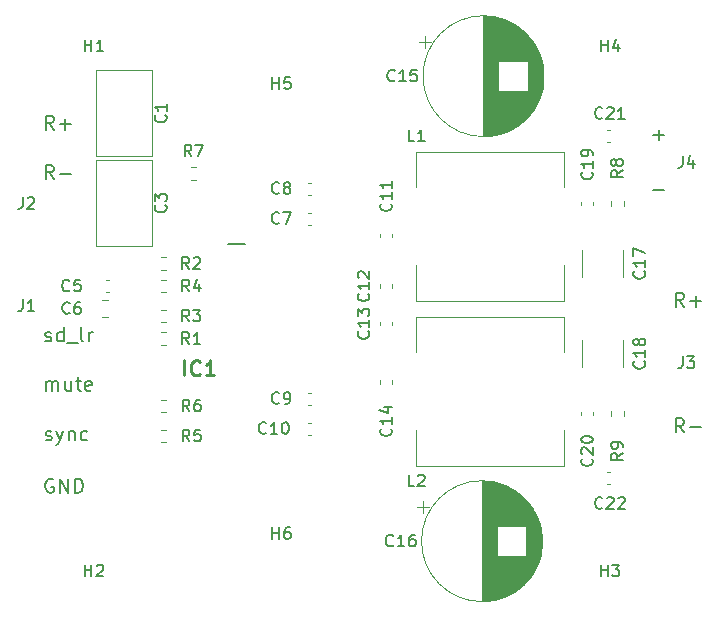
<source format=gbr>
%TF.GenerationSoftware,KiCad,Pcbnew,7.0.11+dfsg-1build4*%
%TF.CreationDate,2025-07-20T09:39:31+04:00*%
%TF.ProjectId,tpa3116_amplifier_board,74706133-3131-4365-9f61-6d706c696669,rev?*%
%TF.SameCoordinates,Original*%
%TF.FileFunction,Legend,Top*%
%TF.FilePolarity,Positive*%
%FSLAX46Y46*%
G04 Gerber Fmt 4.6, Leading zero omitted, Abs format (unit mm)*
G04 Created by KiCad (PCBNEW 7.0.11+dfsg-1build4) date 2025-07-20 09:39:31*
%MOMM*%
%LPD*%
G01*
G04 APERTURE LIST*
%ADD10C,0.150000*%
%ADD11C,0.254000*%
%ADD12C,0.120000*%
%ADD13C,0.200000*%
G04 APERTURE END LIST*
D10*
X105188112Y-109056342D02*
X104788112Y-108484914D01*
X104502398Y-109056342D02*
X104502398Y-107856342D01*
X104502398Y-107856342D02*
X104959541Y-107856342D01*
X104959541Y-107856342D02*
X105073826Y-107913485D01*
X105073826Y-107913485D02*
X105130969Y-107970628D01*
X105130969Y-107970628D02*
X105188112Y-108084914D01*
X105188112Y-108084914D02*
X105188112Y-108256342D01*
X105188112Y-108256342D02*
X105130969Y-108370628D01*
X105130969Y-108370628D02*
X105073826Y-108427771D01*
X105073826Y-108427771D02*
X104959541Y-108484914D01*
X104959541Y-108484914D02*
X104502398Y-108484914D01*
X105702398Y-108599200D02*
X106616684Y-108599200D01*
X155959398Y-109972200D02*
X156873684Y-109972200D01*
X155959398Y-105306200D02*
X156873684Y-105306200D01*
X156416541Y-105763342D02*
X156416541Y-104849057D01*
X104467255Y-122724200D02*
X104581541Y-122781342D01*
X104581541Y-122781342D02*
X104810112Y-122781342D01*
X104810112Y-122781342D02*
X104924398Y-122724200D01*
X104924398Y-122724200D02*
X104981541Y-122609914D01*
X104981541Y-122609914D02*
X104981541Y-122552771D01*
X104981541Y-122552771D02*
X104924398Y-122438485D01*
X104924398Y-122438485D02*
X104810112Y-122381342D01*
X104810112Y-122381342D02*
X104638684Y-122381342D01*
X104638684Y-122381342D02*
X104524398Y-122324200D01*
X104524398Y-122324200D02*
X104467255Y-122209914D01*
X104467255Y-122209914D02*
X104467255Y-122152771D01*
X104467255Y-122152771D02*
X104524398Y-122038485D01*
X104524398Y-122038485D02*
X104638684Y-121981342D01*
X104638684Y-121981342D02*
X104810112Y-121981342D01*
X104810112Y-121981342D02*
X104924398Y-122038485D01*
X106010113Y-122781342D02*
X106010113Y-121581342D01*
X106010113Y-122724200D02*
X105895827Y-122781342D01*
X105895827Y-122781342D02*
X105667255Y-122781342D01*
X105667255Y-122781342D02*
X105552970Y-122724200D01*
X105552970Y-122724200D02*
X105495827Y-122667057D01*
X105495827Y-122667057D02*
X105438684Y-122552771D01*
X105438684Y-122552771D02*
X105438684Y-122209914D01*
X105438684Y-122209914D02*
X105495827Y-122095628D01*
X105495827Y-122095628D02*
X105552970Y-122038485D01*
X105552970Y-122038485D02*
X105667255Y-121981342D01*
X105667255Y-121981342D02*
X105895827Y-121981342D01*
X105895827Y-121981342D02*
X106010113Y-122038485D01*
X106295827Y-122895628D02*
X107210112Y-122895628D01*
X107667255Y-122781342D02*
X107552970Y-122724200D01*
X107552970Y-122724200D02*
X107495827Y-122609914D01*
X107495827Y-122609914D02*
X107495827Y-121581342D01*
X108124398Y-122781342D02*
X108124398Y-121981342D01*
X108124398Y-122209914D02*
X108181541Y-122095628D01*
X108181541Y-122095628D02*
X108238684Y-122038485D01*
X108238684Y-122038485D02*
X108352969Y-121981342D01*
X108352969Y-121981342D02*
X108467255Y-121981342D01*
X105188112Y-104865342D02*
X104788112Y-104293914D01*
X104502398Y-104865342D02*
X104502398Y-103665342D01*
X104502398Y-103665342D02*
X104959541Y-103665342D01*
X104959541Y-103665342D02*
X105073826Y-103722485D01*
X105073826Y-103722485D02*
X105130969Y-103779628D01*
X105130969Y-103779628D02*
X105188112Y-103893914D01*
X105188112Y-103893914D02*
X105188112Y-104065342D01*
X105188112Y-104065342D02*
X105130969Y-104179628D01*
X105130969Y-104179628D02*
X105073826Y-104236771D01*
X105073826Y-104236771D02*
X104959541Y-104293914D01*
X104959541Y-104293914D02*
X104502398Y-104293914D01*
X105702398Y-104408200D02*
X106616684Y-104408200D01*
X106159541Y-104865342D02*
X106159541Y-103951057D01*
X105152969Y-134465485D02*
X105038684Y-134408342D01*
X105038684Y-134408342D02*
X104867255Y-134408342D01*
X104867255Y-134408342D02*
X104695826Y-134465485D01*
X104695826Y-134465485D02*
X104581541Y-134579771D01*
X104581541Y-134579771D02*
X104524398Y-134694057D01*
X104524398Y-134694057D02*
X104467255Y-134922628D01*
X104467255Y-134922628D02*
X104467255Y-135094057D01*
X104467255Y-135094057D02*
X104524398Y-135322628D01*
X104524398Y-135322628D02*
X104581541Y-135436914D01*
X104581541Y-135436914D02*
X104695826Y-135551200D01*
X104695826Y-135551200D02*
X104867255Y-135608342D01*
X104867255Y-135608342D02*
X104981541Y-135608342D01*
X104981541Y-135608342D02*
X105152969Y-135551200D01*
X105152969Y-135551200D02*
X105210112Y-135494057D01*
X105210112Y-135494057D02*
X105210112Y-135094057D01*
X105210112Y-135094057D02*
X104981541Y-135094057D01*
X105724398Y-135608342D02*
X105724398Y-134408342D01*
X105724398Y-134408342D02*
X106410112Y-135608342D01*
X106410112Y-135608342D02*
X106410112Y-134408342D01*
X106981541Y-135608342D02*
X106981541Y-134408342D01*
X106981541Y-134408342D02*
X107267255Y-134408342D01*
X107267255Y-134408342D02*
X107438684Y-134465485D01*
X107438684Y-134465485D02*
X107552969Y-134579771D01*
X107552969Y-134579771D02*
X107610112Y-134694057D01*
X107610112Y-134694057D02*
X107667255Y-134922628D01*
X107667255Y-134922628D02*
X107667255Y-135094057D01*
X107667255Y-135094057D02*
X107610112Y-135322628D01*
X107610112Y-135322628D02*
X107552969Y-135436914D01*
X107552969Y-135436914D02*
X107438684Y-135551200D01*
X107438684Y-135551200D02*
X107267255Y-135608342D01*
X107267255Y-135608342D02*
X106981541Y-135608342D01*
X158550112Y-130495342D02*
X158150112Y-129923914D01*
X157864398Y-130495342D02*
X157864398Y-129295342D01*
X157864398Y-129295342D02*
X158321541Y-129295342D01*
X158321541Y-129295342D02*
X158435826Y-129352485D01*
X158435826Y-129352485D02*
X158492969Y-129409628D01*
X158492969Y-129409628D02*
X158550112Y-129523914D01*
X158550112Y-129523914D02*
X158550112Y-129695342D01*
X158550112Y-129695342D02*
X158492969Y-129809628D01*
X158492969Y-129809628D02*
X158435826Y-129866771D01*
X158435826Y-129866771D02*
X158321541Y-129923914D01*
X158321541Y-129923914D02*
X157864398Y-129923914D01*
X159064398Y-130038200D02*
X159978684Y-130038200D01*
X158550112Y-119860342D02*
X158150112Y-119288914D01*
X157864398Y-119860342D02*
X157864398Y-118660342D01*
X157864398Y-118660342D02*
X158321541Y-118660342D01*
X158321541Y-118660342D02*
X158435826Y-118717485D01*
X158435826Y-118717485D02*
X158492969Y-118774628D01*
X158492969Y-118774628D02*
X158550112Y-118888914D01*
X158550112Y-118888914D02*
X158550112Y-119060342D01*
X158550112Y-119060342D02*
X158492969Y-119174628D01*
X158492969Y-119174628D02*
X158435826Y-119231771D01*
X158435826Y-119231771D02*
X158321541Y-119288914D01*
X158321541Y-119288914D02*
X157864398Y-119288914D01*
X159064398Y-119403200D02*
X159978684Y-119403200D01*
X159521541Y-119860342D02*
X159521541Y-118946057D01*
X104489255Y-131106200D02*
X104603541Y-131163342D01*
X104603541Y-131163342D02*
X104832112Y-131163342D01*
X104832112Y-131163342D02*
X104946398Y-131106200D01*
X104946398Y-131106200D02*
X105003541Y-130991914D01*
X105003541Y-130991914D02*
X105003541Y-130934771D01*
X105003541Y-130934771D02*
X104946398Y-130820485D01*
X104946398Y-130820485D02*
X104832112Y-130763342D01*
X104832112Y-130763342D02*
X104660684Y-130763342D01*
X104660684Y-130763342D02*
X104546398Y-130706200D01*
X104546398Y-130706200D02*
X104489255Y-130591914D01*
X104489255Y-130591914D02*
X104489255Y-130534771D01*
X104489255Y-130534771D02*
X104546398Y-130420485D01*
X104546398Y-130420485D02*
X104660684Y-130363342D01*
X104660684Y-130363342D02*
X104832112Y-130363342D01*
X104832112Y-130363342D02*
X104946398Y-130420485D01*
X105403541Y-130363342D02*
X105689255Y-131163342D01*
X105974970Y-130363342D02*
X105689255Y-131163342D01*
X105689255Y-131163342D02*
X105574970Y-131449057D01*
X105574970Y-131449057D02*
X105517827Y-131506200D01*
X105517827Y-131506200D02*
X105403541Y-131563342D01*
X106432113Y-130363342D02*
X106432113Y-131163342D01*
X106432113Y-130477628D02*
X106489256Y-130420485D01*
X106489256Y-130420485D02*
X106603541Y-130363342D01*
X106603541Y-130363342D02*
X106774970Y-130363342D01*
X106774970Y-130363342D02*
X106889256Y-130420485D01*
X106889256Y-130420485D02*
X106946399Y-130534771D01*
X106946399Y-130534771D02*
X106946399Y-131163342D01*
X108032113Y-131106200D02*
X107917827Y-131163342D01*
X107917827Y-131163342D02*
X107689255Y-131163342D01*
X107689255Y-131163342D02*
X107574970Y-131106200D01*
X107574970Y-131106200D02*
X107517827Y-131049057D01*
X107517827Y-131049057D02*
X107460684Y-130934771D01*
X107460684Y-130934771D02*
X107460684Y-130591914D01*
X107460684Y-130591914D02*
X107517827Y-130477628D01*
X107517827Y-130477628D02*
X107574970Y-130420485D01*
X107574970Y-130420485D02*
X107689255Y-130363342D01*
X107689255Y-130363342D02*
X107917827Y-130363342D01*
X107917827Y-130363342D02*
X108032113Y-130420485D01*
X104546398Y-126972342D02*
X104546398Y-126172342D01*
X104546398Y-126286628D02*
X104603541Y-126229485D01*
X104603541Y-126229485D02*
X104717826Y-126172342D01*
X104717826Y-126172342D02*
X104889255Y-126172342D01*
X104889255Y-126172342D02*
X105003541Y-126229485D01*
X105003541Y-126229485D02*
X105060684Y-126343771D01*
X105060684Y-126343771D02*
X105060684Y-126972342D01*
X105060684Y-126343771D02*
X105117826Y-126229485D01*
X105117826Y-126229485D02*
X105232112Y-126172342D01*
X105232112Y-126172342D02*
X105403541Y-126172342D01*
X105403541Y-126172342D02*
X105517826Y-126229485D01*
X105517826Y-126229485D02*
X105574969Y-126343771D01*
X105574969Y-126343771D02*
X105574969Y-126972342D01*
X106660684Y-126172342D02*
X106660684Y-126972342D01*
X106146398Y-126172342D02*
X106146398Y-126800914D01*
X106146398Y-126800914D02*
X106203541Y-126915200D01*
X106203541Y-126915200D02*
X106317826Y-126972342D01*
X106317826Y-126972342D02*
X106489255Y-126972342D01*
X106489255Y-126972342D02*
X106603541Y-126915200D01*
X106603541Y-126915200D02*
X106660684Y-126858057D01*
X107060683Y-126172342D02*
X107517826Y-126172342D01*
X107232112Y-125772342D02*
X107232112Y-126800914D01*
X107232112Y-126800914D02*
X107289255Y-126915200D01*
X107289255Y-126915200D02*
X107403540Y-126972342D01*
X107403540Y-126972342D02*
X107517826Y-126972342D01*
X108374969Y-126915200D02*
X108260683Y-126972342D01*
X108260683Y-126972342D02*
X108032112Y-126972342D01*
X108032112Y-126972342D02*
X107917826Y-126915200D01*
X107917826Y-126915200D02*
X107860683Y-126800914D01*
X107860683Y-126800914D02*
X107860683Y-126343771D01*
X107860683Y-126343771D02*
X107917826Y-126229485D01*
X107917826Y-126229485D02*
X108032112Y-126172342D01*
X108032112Y-126172342D02*
X108260683Y-126172342D01*
X108260683Y-126172342D02*
X108374969Y-126229485D01*
X108374969Y-126229485D02*
X108432112Y-126343771D01*
X108432112Y-126343771D02*
X108432112Y-126458057D01*
X108432112Y-126458057D02*
X107860683Y-126572342D01*
X116651333Y-118564819D02*
X116318000Y-118088628D01*
X116079905Y-118564819D02*
X116079905Y-117564819D01*
X116079905Y-117564819D02*
X116460857Y-117564819D01*
X116460857Y-117564819D02*
X116556095Y-117612438D01*
X116556095Y-117612438D02*
X116603714Y-117660057D01*
X116603714Y-117660057D02*
X116651333Y-117755295D01*
X116651333Y-117755295D02*
X116651333Y-117898152D01*
X116651333Y-117898152D02*
X116603714Y-117993390D01*
X116603714Y-117993390D02*
X116556095Y-118041009D01*
X116556095Y-118041009D02*
X116460857Y-118088628D01*
X116460857Y-118088628D02*
X116079905Y-118088628D01*
X117508476Y-117898152D02*
X117508476Y-118564819D01*
X117270381Y-117517200D02*
X117032286Y-118231485D01*
X117032286Y-118231485D02*
X117651333Y-118231485D01*
X102536666Y-119224819D02*
X102536666Y-119939104D01*
X102536666Y-119939104D02*
X102489047Y-120081961D01*
X102489047Y-120081961D02*
X102393809Y-120177200D01*
X102393809Y-120177200D02*
X102250952Y-120224819D01*
X102250952Y-120224819D02*
X102155714Y-120224819D01*
X103536666Y-120224819D02*
X102965238Y-120224819D01*
X103250952Y-120224819D02*
X103250952Y-119224819D01*
X103250952Y-119224819D02*
X103155714Y-119367676D01*
X103155714Y-119367676D02*
X103060476Y-119462914D01*
X103060476Y-119462914D02*
X102965238Y-119510533D01*
X151508095Y-142694819D02*
X151508095Y-141694819D01*
X151508095Y-142171009D02*
X152079523Y-142171009D01*
X152079523Y-142694819D02*
X152079523Y-141694819D01*
X152460476Y-141694819D02*
X153079523Y-141694819D01*
X153079523Y-141694819D02*
X152746190Y-142075771D01*
X152746190Y-142075771D02*
X152889047Y-142075771D01*
X152889047Y-142075771D02*
X152984285Y-142123390D01*
X152984285Y-142123390D02*
X153031904Y-142171009D01*
X153031904Y-142171009D02*
X153079523Y-142266247D01*
X153079523Y-142266247D02*
X153079523Y-142504342D01*
X153079523Y-142504342D02*
X153031904Y-142599580D01*
X153031904Y-142599580D02*
X152984285Y-142647200D01*
X152984285Y-142647200D02*
X152889047Y-142694819D01*
X152889047Y-142694819D02*
X152603333Y-142694819D01*
X152603333Y-142694819D02*
X152508095Y-142647200D01*
X152508095Y-142647200D02*
X152460476Y-142599580D01*
X116673333Y-128724819D02*
X116340000Y-128248628D01*
X116101905Y-128724819D02*
X116101905Y-127724819D01*
X116101905Y-127724819D02*
X116482857Y-127724819D01*
X116482857Y-127724819D02*
X116578095Y-127772438D01*
X116578095Y-127772438D02*
X116625714Y-127820057D01*
X116625714Y-127820057D02*
X116673333Y-127915295D01*
X116673333Y-127915295D02*
X116673333Y-128058152D01*
X116673333Y-128058152D02*
X116625714Y-128153390D01*
X116625714Y-128153390D02*
X116578095Y-128201009D01*
X116578095Y-128201009D02*
X116482857Y-128248628D01*
X116482857Y-128248628D02*
X116101905Y-128248628D01*
X117530476Y-127724819D02*
X117340000Y-127724819D01*
X117340000Y-127724819D02*
X117244762Y-127772438D01*
X117244762Y-127772438D02*
X117197143Y-127820057D01*
X117197143Y-127820057D02*
X117101905Y-127962914D01*
X117101905Y-127962914D02*
X117054286Y-128153390D01*
X117054286Y-128153390D02*
X117054286Y-128534342D01*
X117054286Y-128534342D02*
X117101905Y-128629580D01*
X117101905Y-128629580D02*
X117149524Y-128677200D01*
X117149524Y-128677200D02*
X117244762Y-128724819D01*
X117244762Y-128724819D02*
X117435238Y-128724819D01*
X117435238Y-128724819D02*
X117530476Y-128677200D01*
X117530476Y-128677200D02*
X117578095Y-128629580D01*
X117578095Y-128629580D02*
X117625714Y-128534342D01*
X117625714Y-128534342D02*
X117625714Y-128296247D01*
X117625714Y-128296247D02*
X117578095Y-128201009D01*
X117578095Y-128201009D02*
X117530476Y-128153390D01*
X117530476Y-128153390D02*
X117435238Y-128105771D01*
X117435238Y-128105771D02*
X117244762Y-128105771D01*
X117244762Y-128105771D02*
X117149524Y-128153390D01*
X117149524Y-128153390D02*
X117101905Y-128201009D01*
X117101905Y-128201009D02*
X117054286Y-128296247D01*
X123676095Y-139519819D02*
X123676095Y-138519819D01*
X123676095Y-138996009D02*
X124247523Y-138996009D01*
X124247523Y-139519819D02*
X124247523Y-138519819D01*
X125152285Y-138519819D02*
X124961809Y-138519819D01*
X124961809Y-138519819D02*
X124866571Y-138567438D01*
X124866571Y-138567438D02*
X124818952Y-138615057D01*
X124818952Y-138615057D02*
X124723714Y-138757914D01*
X124723714Y-138757914D02*
X124676095Y-138948390D01*
X124676095Y-138948390D02*
X124676095Y-139329342D01*
X124676095Y-139329342D02*
X124723714Y-139424580D01*
X124723714Y-139424580D02*
X124771333Y-139472200D01*
X124771333Y-139472200D02*
X124866571Y-139519819D01*
X124866571Y-139519819D02*
X125057047Y-139519819D01*
X125057047Y-139519819D02*
X125152285Y-139472200D01*
X125152285Y-139472200D02*
X125199904Y-139424580D01*
X125199904Y-139424580D02*
X125247523Y-139329342D01*
X125247523Y-139329342D02*
X125247523Y-139091247D01*
X125247523Y-139091247D02*
X125199904Y-138996009D01*
X125199904Y-138996009D02*
X125152285Y-138948390D01*
X125152285Y-138948390D02*
X125057047Y-138900771D01*
X125057047Y-138900771D02*
X124866571Y-138900771D01*
X124866571Y-138900771D02*
X124771333Y-138948390D01*
X124771333Y-138948390D02*
X124723714Y-138996009D01*
X124723714Y-138996009D02*
X124676095Y-139091247D01*
X155169580Y-116847857D02*
X155217200Y-116895476D01*
X155217200Y-116895476D02*
X155264819Y-117038333D01*
X155264819Y-117038333D02*
X155264819Y-117133571D01*
X155264819Y-117133571D02*
X155217200Y-117276428D01*
X155217200Y-117276428D02*
X155121961Y-117371666D01*
X155121961Y-117371666D02*
X155026723Y-117419285D01*
X155026723Y-117419285D02*
X154836247Y-117466904D01*
X154836247Y-117466904D02*
X154693390Y-117466904D01*
X154693390Y-117466904D02*
X154502914Y-117419285D01*
X154502914Y-117419285D02*
X154407676Y-117371666D01*
X154407676Y-117371666D02*
X154312438Y-117276428D01*
X154312438Y-117276428D02*
X154264819Y-117133571D01*
X154264819Y-117133571D02*
X154264819Y-117038333D01*
X154264819Y-117038333D02*
X154312438Y-116895476D01*
X154312438Y-116895476D02*
X154360057Y-116847857D01*
X155264819Y-115895476D02*
X155264819Y-116466904D01*
X155264819Y-116181190D02*
X154264819Y-116181190D01*
X154264819Y-116181190D02*
X154407676Y-116276428D01*
X154407676Y-116276428D02*
X154502914Y-116371666D01*
X154502914Y-116371666D02*
X154550533Y-116466904D01*
X154264819Y-115562142D02*
X154264819Y-114895476D01*
X154264819Y-114895476D02*
X155264819Y-115324047D01*
X106535332Y-120374579D02*
X106487713Y-120422199D01*
X106487713Y-120422199D02*
X106344856Y-120469818D01*
X106344856Y-120469818D02*
X106249618Y-120469818D01*
X106249618Y-120469818D02*
X106106761Y-120422199D01*
X106106761Y-120422199D02*
X106011523Y-120326960D01*
X106011523Y-120326960D02*
X105963904Y-120231722D01*
X105963904Y-120231722D02*
X105916285Y-120041246D01*
X105916285Y-120041246D02*
X105916285Y-119898389D01*
X105916285Y-119898389D02*
X105963904Y-119707913D01*
X105963904Y-119707913D02*
X106011523Y-119612675D01*
X106011523Y-119612675D02*
X106106761Y-119517437D01*
X106106761Y-119517437D02*
X106249618Y-119469818D01*
X106249618Y-119469818D02*
X106344856Y-119469818D01*
X106344856Y-119469818D02*
X106487713Y-119517437D01*
X106487713Y-119517437D02*
X106535332Y-119565056D01*
X107392475Y-119469818D02*
X107201999Y-119469818D01*
X107201999Y-119469818D02*
X107106761Y-119517437D01*
X107106761Y-119517437D02*
X107059142Y-119565056D01*
X107059142Y-119565056D02*
X106963904Y-119707913D01*
X106963904Y-119707913D02*
X106916285Y-119898389D01*
X106916285Y-119898389D02*
X106916285Y-120279341D01*
X106916285Y-120279341D02*
X106963904Y-120374579D01*
X106963904Y-120374579D02*
X107011523Y-120422199D01*
X107011523Y-120422199D02*
X107106761Y-120469818D01*
X107106761Y-120469818D02*
X107297237Y-120469818D01*
X107297237Y-120469818D02*
X107392475Y-120422199D01*
X107392475Y-120422199D02*
X107440094Y-120374579D01*
X107440094Y-120374579D02*
X107487713Y-120279341D01*
X107487713Y-120279341D02*
X107487713Y-120041246D01*
X107487713Y-120041246D02*
X107440094Y-119946008D01*
X107440094Y-119946008D02*
X107392475Y-119898389D01*
X107392475Y-119898389D02*
X107297237Y-119850770D01*
X107297237Y-119850770D02*
X107106761Y-119850770D01*
X107106761Y-119850770D02*
X107011523Y-119898389D01*
X107011523Y-119898389D02*
X106963904Y-119946008D01*
X106963904Y-119946008D02*
X106916285Y-120041246D01*
X116841333Y-107134819D02*
X116508000Y-106658628D01*
X116269905Y-107134819D02*
X116269905Y-106134819D01*
X116269905Y-106134819D02*
X116650857Y-106134819D01*
X116650857Y-106134819D02*
X116746095Y-106182438D01*
X116746095Y-106182438D02*
X116793714Y-106230057D01*
X116793714Y-106230057D02*
X116841333Y-106325295D01*
X116841333Y-106325295D02*
X116841333Y-106468152D01*
X116841333Y-106468152D02*
X116793714Y-106563390D01*
X116793714Y-106563390D02*
X116746095Y-106611009D01*
X116746095Y-106611009D02*
X116650857Y-106658628D01*
X116650857Y-106658628D02*
X116269905Y-106658628D01*
X117174667Y-106134819D02*
X117841333Y-106134819D01*
X117841333Y-106134819D02*
X117412762Y-107134819D01*
X131804580Y-118752857D02*
X131852200Y-118800476D01*
X131852200Y-118800476D02*
X131899819Y-118943333D01*
X131899819Y-118943333D02*
X131899819Y-119038571D01*
X131899819Y-119038571D02*
X131852200Y-119181428D01*
X131852200Y-119181428D02*
X131756961Y-119276666D01*
X131756961Y-119276666D02*
X131661723Y-119324285D01*
X131661723Y-119324285D02*
X131471247Y-119371904D01*
X131471247Y-119371904D02*
X131328390Y-119371904D01*
X131328390Y-119371904D02*
X131137914Y-119324285D01*
X131137914Y-119324285D02*
X131042676Y-119276666D01*
X131042676Y-119276666D02*
X130947438Y-119181428D01*
X130947438Y-119181428D02*
X130899819Y-119038571D01*
X130899819Y-119038571D02*
X130899819Y-118943333D01*
X130899819Y-118943333D02*
X130947438Y-118800476D01*
X130947438Y-118800476D02*
X130995057Y-118752857D01*
X131899819Y-117800476D02*
X131899819Y-118371904D01*
X131899819Y-118086190D02*
X130899819Y-118086190D01*
X130899819Y-118086190D02*
X131042676Y-118181428D01*
X131042676Y-118181428D02*
X131137914Y-118276666D01*
X131137914Y-118276666D02*
X131185533Y-118371904D01*
X130995057Y-117419523D02*
X130947438Y-117371904D01*
X130947438Y-117371904D02*
X130899819Y-117276666D01*
X130899819Y-117276666D02*
X130899819Y-117038571D01*
X130899819Y-117038571D02*
X130947438Y-116943333D01*
X130947438Y-116943333D02*
X130995057Y-116895714D01*
X130995057Y-116895714D02*
X131090295Y-116848095D01*
X131090295Y-116848095D02*
X131185533Y-116848095D01*
X131185533Y-116848095D02*
X131328390Y-116895714D01*
X131328390Y-116895714D02*
X131899819Y-117467142D01*
X131899819Y-117467142D02*
X131899819Y-116848095D01*
X124271333Y-112754580D02*
X124223714Y-112802200D01*
X124223714Y-112802200D02*
X124080857Y-112849819D01*
X124080857Y-112849819D02*
X123985619Y-112849819D01*
X123985619Y-112849819D02*
X123842762Y-112802200D01*
X123842762Y-112802200D02*
X123747524Y-112706961D01*
X123747524Y-112706961D02*
X123699905Y-112611723D01*
X123699905Y-112611723D02*
X123652286Y-112421247D01*
X123652286Y-112421247D02*
X123652286Y-112278390D01*
X123652286Y-112278390D02*
X123699905Y-112087914D01*
X123699905Y-112087914D02*
X123747524Y-111992676D01*
X123747524Y-111992676D02*
X123842762Y-111897438D01*
X123842762Y-111897438D02*
X123985619Y-111849819D01*
X123985619Y-111849819D02*
X124080857Y-111849819D01*
X124080857Y-111849819D02*
X124223714Y-111897438D01*
X124223714Y-111897438D02*
X124271333Y-111945057D01*
X124604667Y-111849819D02*
X125271333Y-111849819D01*
X125271333Y-111849819D02*
X124842762Y-112849819D01*
X116673333Y-131264819D02*
X116340000Y-130788628D01*
X116101905Y-131264819D02*
X116101905Y-130264819D01*
X116101905Y-130264819D02*
X116482857Y-130264819D01*
X116482857Y-130264819D02*
X116578095Y-130312438D01*
X116578095Y-130312438D02*
X116625714Y-130360057D01*
X116625714Y-130360057D02*
X116673333Y-130455295D01*
X116673333Y-130455295D02*
X116673333Y-130598152D01*
X116673333Y-130598152D02*
X116625714Y-130693390D01*
X116625714Y-130693390D02*
X116578095Y-130741009D01*
X116578095Y-130741009D02*
X116482857Y-130788628D01*
X116482857Y-130788628D02*
X116101905Y-130788628D01*
X117578095Y-130264819D02*
X117101905Y-130264819D01*
X117101905Y-130264819D02*
X117054286Y-130741009D01*
X117054286Y-130741009D02*
X117101905Y-130693390D01*
X117101905Y-130693390D02*
X117197143Y-130645771D01*
X117197143Y-130645771D02*
X117435238Y-130645771D01*
X117435238Y-130645771D02*
X117530476Y-130693390D01*
X117530476Y-130693390D02*
X117578095Y-130741009D01*
X117578095Y-130741009D02*
X117625714Y-130836247D01*
X117625714Y-130836247D02*
X117625714Y-131074342D01*
X117625714Y-131074342D02*
X117578095Y-131169580D01*
X117578095Y-131169580D02*
X117530476Y-131217200D01*
X117530476Y-131217200D02*
X117435238Y-131264819D01*
X117435238Y-131264819D02*
X117197143Y-131264819D01*
X117197143Y-131264819D02*
X117101905Y-131217200D01*
X117101905Y-131217200D02*
X117054286Y-131169580D01*
X131804580Y-121927857D02*
X131852200Y-121975476D01*
X131852200Y-121975476D02*
X131899819Y-122118333D01*
X131899819Y-122118333D02*
X131899819Y-122213571D01*
X131899819Y-122213571D02*
X131852200Y-122356428D01*
X131852200Y-122356428D02*
X131756961Y-122451666D01*
X131756961Y-122451666D02*
X131661723Y-122499285D01*
X131661723Y-122499285D02*
X131471247Y-122546904D01*
X131471247Y-122546904D02*
X131328390Y-122546904D01*
X131328390Y-122546904D02*
X131137914Y-122499285D01*
X131137914Y-122499285D02*
X131042676Y-122451666D01*
X131042676Y-122451666D02*
X130947438Y-122356428D01*
X130947438Y-122356428D02*
X130899819Y-122213571D01*
X130899819Y-122213571D02*
X130899819Y-122118333D01*
X130899819Y-122118333D02*
X130947438Y-121975476D01*
X130947438Y-121975476D02*
X130995057Y-121927857D01*
X131899819Y-120975476D02*
X131899819Y-121546904D01*
X131899819Y-121261190D02*
X130899819Y-121261190D01*
X130899819Y-121261190D02*
X131042676Y-121356428D01*
X131042676Y-121356428D02*
X131137914Y-121451666D01*
X131137914Y-121451666D02*
X131185533Y-121546904D01*
X130899819Y-120642142D02*
X130899819Y-120023095D01*
X130899819Y-120023095D02*
X131280771Y-120356428D01*
X131280771Y-120356428D02*
X131280771Y-120213571D01*
X131280771Y-120213571D02*
X131328390Y-120118333D01*
X131328390Y-120118333D02*
X131376009Y-120070714D01*
X131376009Y-120070714D02*
X131471247Y-120023095D01*
X131471247Y-120023095D02*
X131709342Y-120023095D01*
X131709342Y-120023095D02*
X131804580Y-120070714D01*
X131804580Y-120070714D02*
X131852200Y-120118333D01*
X131852200Y-120118333D02*
X131899819Y-120213571D01*
X131899819Y-120213571D02*
X131899819Y-120499285D01*
X131899819Y-120499285D02*
X131852200Y-120594523D01*
X131852200Y-120594523D02*
X131804580Y-120642142D01*
X124271333Y-127994580D02*
X124223714Y-128042200D01*
X124223714Y-128042200D02*
X124080857Y-128089819D01*
X124080857Y-128089819D02*
X123985619Y-128089819D01*
X123985619Y-128089819D02*
X123842762Y-128042200D01*
X123842762Y-128042200D02*
X123747524Y-127946961D01*
X123747524Y-127946961D02*
X123699905Y-127851723D01*
X123699905Y-127851723D02*
X123652286Y-127661247D01*
X123652286Y-127661247D02*
X123652286Y-127518390D01*
X123652286Y-127518390D02*
X123699905Y-127327914D01*
X123699905Y-127327914D02*
X123747524Y-127232676D01*
X123747524Y-127232676D02*
X123842762Y-127137438D01*
X123842762Y-127137438D02*
X123985619Y-127089819D01*
X123985619Y-127089819D02*
X124080857Y-127089819D01*
X124080857Y-127089819D02*
X124223714Y-127137438D01*
X124223714Y-127137438D02*
X124271333Y-127185057D01*
X124747524Y-128089819D02*
X124938000Y-128089819D01*
X124938000Y-128089819D02*
X125033238Y-128042200D01*
X125033238Y-128042200D02*
X125080857Y-127994580D01*
X125080857Y-127994580D02*
X125176095Y-127851723D01*
X125176095Y-127851723D02*
X125223714Y-127661247D01*
X125223714Y-127661247D02*
X125223714Y-127280295D01*
X125223714Y-127280295D02*
X125176095Y-127185057D01*
X125176095Y-127185057D02*
X125128476Y-127137438D01*
X125128476Y-127137438D02*
X125033238Y-127089819D01*
X125033238Y-127089819D02*
X124842762Y-127089819D01*
X124842762Y-127089819D02*
X124747524Y-127137438D01*
X124747524Y-127137438D02*
X124699905Y-127185057D01*
X124699905Y-127185057D02*
X124652286Y-127280295D01*
X124652286Y-127280295D02*
X124652286Y-127518390D01*
X124652286Y-127518390D02*
X124699905Y-127613628D01*
X124699905Y-127613628D02*
X124747524Y-127661247D01*
X124747524Y-127661247D02*
X124842762Y-127708866D01*
X124842762Y-127708866D02*
X125033238Y-127708866D01*
X125033238Y-127708866D02*
X125128476Y-127661247D01*
X125128476Y-127661247D02*
X125176095Y-127613628D01*
X125176095Y-127613628D02*
X125223714Y-127518390D01*
X114637580Y-103631666D02*
X114685200Y-103679285D01*
X114685200Y-103679285D02*
X114732819Y-103822142D01*
X114732819Y-103822142D02*
X114732819Y-103917380D01*
X114732819Y-103917380D02*
X114685200Y-104060237D01*
X114685200Y-104060237D02*
X114589961Y-104155475D01*
X114589961Y-104155475D02*
X114494723Y-104203094D01*
X114494723Y-104203094D02*
X114304247Y-104250713D01*
X114304247Y-104250713D02*
X114161390Y-104250713D01*
X114161390Y-104250713D02*
X113970914Y-104203094D01*
X113970914Y-104203094D02*
X113875676Y-104155475D01*
X113875676Y-104155475D02*
X113780438Y-104060237D01*
X113780438Y-104060237D02*
X113732819Y-103917380D01*
X113732819Y-103917380D02*
X113732819Y-103822142D01*
X113732819Y-103822142D02*
X113780438Y-103679285D01*
X113780438Y-103679285D02*
X113828057Y-103631666D01*
X114732819Y-102679285D02*
X114732819Y-103250713D01*
X114732819Y-102964999D02*
X113732819Y-102964999D01*
X113732819Y-102964999D02*
X113875676Y-103060237D01*
X113875676Y-103060237D02*
X113970914Y-103155475D01*
X113970914Y-103155475D02*
X114018533Y-103250713D01*
X135723333Y-135074819D02*
X135247143Y-135074819D01*
X135247143Y-135074819D02*
X135247143Y-134074819D01*
X136009048Y-134170057D02*
X136056667Y-134122438D01*
X136056667Y-134122438D02*
X136151905Y-134074819D01*
X136151905Y-134074819D02*
X136390000Y-134074819D01*
X136390000Y-134074819D02*
X136485238Y-134122438D01*
X136485238Y-134122438D02*
X136532857Y-134170057D01*
X136532857Y-134170057D02*
X136580476Y-134265295D01*
X136580476Y-134265295D02*
X136580476Y-134360533D01*
X136580476Y-134360533D02*
X136532857Y-134503390D01*
X136532857Y-134503390D02*
X135961429Y-135074819D01*
X135961429Y-135074819D02*
X136580476Y-135074819D01*
X158416666Y-107069819D02*
X158416666Y-107784104D01*
X158416666Y-107784104D02*
X158369047Y-107926961D01*
X158369047Y-107926961D02*
X158273809Y-108022200D01*
X158273809Y-108022200D02*
X158130952Y-108069819D01*
X158130952Y-108069819D02*
X158035714Y-108069819D01*
X159321428Y-107403152D02*
X159321428Y-108069819D01*
X159083333Y-107022200D02*
X158845238Y-107736485D01*
X158845238Y-107736485D02*
X159464285Y-107736485D01*
X107801095Y-142694819D02*
X107801095Y-141694819D01*
X107801095Y-142171009D02*
X108372523Y-142171009D01*
X108372523Y-142694819D02*
X108372523Y-141694819D01*
X108801095Y-141790057D02*
X108848714Y-141742438D01*
X108848714Y-141742438D02*
X108943952Y-141694819D01*
X108943952Y-141694819D02*
X109182047Y-141694819D01*
X109182047Y-141694819D02*
X109277285Y-141742438D01*
X109277285Y-141742438D02*
X109324904Y-141790057D01*
X109324904Y-141790057D02*
X109372523Y-141885295D01*
X109372523Y-141885295D02*
X109372523Y-141980533D01*
X109372523Y-141980533D02*
X109324904Y-142123390D01*
X109324904Y-142123390D02*
X108753476Y-142694819D01*
X108753476Y-142694819D02*
X109372523Y-142694819D01*
X133709580Y-111132857D02*
X133757200Y-111180476D01*
X133757200Y-111180476D02*
X133804819Y-111323333D01*
X133804819Y-111323333D02*
X133804819Y-111418571D01*
X133804819Y-111418571D02*
X133757200Y-111561428D01*
X133757200Y-111561428D02*
X133661961Y-111656666D01*
X133661961Y-111656666D02*
X133566723Y-111704285D01*
X133566723Y-111704285D02*
X133376247Y-111751904D01*
X133376247Y-111751904D02*
X133233390Y-111751904D01*
X133233390Y-111751904D02*
X133042914Y-111704285D01*
X133042914Y-111704285D02*
X132947676Y-111656666D01*
X132947676Y-111656666D02*
X132852438Y-111561428D01*
X132852438Y-111561428D02*
X132804819Y-111418571D01*
X132804819Y-111418571D02*
X132804819Y-111323333D01*
X132804819Y-111323333D02*
X132852438Y-111180476D01*
X132852438Y-111180476D02*
X132900057Y-111132857D01*
X133804819Y-110180476D02*
X133804819Y-110751904D01*
X133804819Y-110466190D02*
X132804819Y-110466190D01*
X132804819Y-110466190D02*
X132947676Y-110561428D01*
X132947676Y-110561428D02*
X133042914Y-110656666D01*
X133042914Y-110656666D02*
X133090533Y-110751904D01*
X133804819Y-109228095D02*
X133804819Y-109799523D01*
X133804819Y-109513809D02*
X132804819Y-109513809D01*
X132804819Y-109513809D02*
X132947676Y-109609047D01*
X132947676Y-109609047D02*
X133042914Y-109704285D01*
X133042914Y-109704285D02*
X133090533Y-109799523D01*
X150724580Y-132722857D02*
X150772200Y-132770476D01*
X150772200Y-132770476D02*
X150819819Y-132913333D01*
X150819819Y-132913333D02*
X150819819Y-133008571D01*
X150819819Y-133008571D02*
X150772200Y-133151428D01*
X150772200Y-133151428D02*
X150676961Y-133246666D01*
X150676961Y-133246666D02*
X150581723Y-133294285D01*
X150581723Y-133294285D02*
X150391247Y-133341904D01*
X150391247Y-133341904D02*
X150248390Y-133341904D01*
X150248390Y-133341904D02*
X150057914Y-133294285D01*
X150057914Y-133294285D02*
X149962676Y-133246666D01*
X149962676Y-133246666D02*
X149867438Y-133151428D01*
X149867438Y-133151428D02*
X149819819Y-133008571D01*
X149819819Y-133008571D02*
X149819819Y-132913333D01*
X149819819Y-132913333D02*
X149867438Y-132770476D01*
X149867438Y-132770476D02*
X149915057Y-132722857D01*
X149915057Y-132341904D02*
X149867438Y-132294285D01*
X149867438Y-132294285D02*
X149819819Y-132199047D01*
X149819819Y-132199047D02*
X149819819Y-131960952D01*
X149819819Y-131960952D02*
X149867438Y-131865714D01*
X149867438Y-131865714D02*
X149915057Y-131818095D01*
X149915057Y-131818095D02*
X150010295Y-131770476D01*
X150010295Y-131770476D02*
X150105533Y-131770476D01*
X150105533Y-131770476D02*
X150248390Y-131818095D01*
X150248390Y-131818095D02*
X150819819Y-132389523D01*
X150819819Y-132389523D02*
X150819819Y-131770476D01*
X149819819Y-131151428D02*
X149819819Y-131056190D01*
X149819819Y-131056190D02*
X149867438Y-130960952D01*
X149867438Y-130960952D02*
X149915057Y-130913333D01*
X149915057Y-130913333D02*
X150010295Y-130865714D01*
X150010295Y-130865714D02*
X150200771Y-130818095D01*
X150200771Y-130818095D02*
X150438866Y-130818095D01*
X150438866Y-130818095D02*
X150629342Y-130865714D01*
X150629342Y-130865714D02*
X150724580Y-130913333D01*
X150724580Y-130913333D02*
X150772200Y-130960952D01*
X150772200Y-130960952D02*
X150819819Y-131056190D01*
X150819819Y-131056190D02*
X150819819Y-131151428D01*
X150819819Y-131151428D02*
X150772200Y-131246666D01*
X150772200Y-131246666D02*
X150724580Y-131294285D01*
X150724580Y-131294285D02*
X150629342Y-131341904D01*
X150629342Y-131341904D02*
X150438866Y-131389523D01*
X150438866Y-131389523D02*
X150200771Y-131389523D01*
X150200771Y-131389523D02*
X150010295Y-131341904D01*
X150010295Y-131341904D02*
X149915057Y-131294285D01*
X149915057Y-131294285D02*
X149867438Y-131246666D01*
X149867438Y-131246666D02*
X149819819Y-131151428D01*
X124271333Y-110214580D02*
X124223714Y-110262200D01*
X124223714Y-110262200D02*
X124080857Y-110309819D01*
X124080857Y-110309819D02*
X123985619Y-110309819D01*
X123985619Y-110309819D02*
X123842762Y-110262200D01*
X123842762Y-110262200D02*
X123747524Y-110166961D01*
X123747524Y-110166961D02*
X123699905Y-110071723D01*
X123699905Y-110071723D02*
X123652286Y-109881247D01*
X123652286Y-109881247D02*
X123652286Y-109738390D01*
X123652286Y-109738390D02*
X123699905Y-109547914D01*
X123699905Y-109547914D02*
X123747524Y-109452676D01*
X123747524Y-109452676D02*
X123842762Y-109357438D01*
X123842762Y-109357438D02*
X123985619Y-109309819D01*
X123985619Y-109309819D02*
X124080857Y-109309819D01*
X124080857Y-109309819D02*
X124223714Y-109357438D01*
X124223714Y-109357438D02*
X124271333Y-109405057D01*
X124842762Y-109738390D02*
X124747524Y-109690771D01*
X124747524Y-109690771D02*
X124699905Y-109643152D01*
X124699905Y-109643152D02*
X124652286Y-109547914D01*
X124652286Y-109547914D02*
X124652286Y-109500295D01*
X124652286Y-109500295D02*
X124699905Y-109405057D01*
X124699905Y-109405057D02*
X124747524Y-109357438D01*
X124747524Y-109357438D02*
X124842762Y-109309819D01*
X124842762Y-109309819D02*
X125033238Y-109309819D01*
X125033238Y-109309819D02*
X125128476Y-109357438D01*
X125128476Y-109357438D02*
X125176095Y-109405057D01*
X125176095Y-109405057D02*
X125223714Y-109500295D01*
X125223714Y-109500295D02*
X125223714Y-109547914D01*
X125223714Y-109547914D02*
X125176095Y-109643152D01*
X125176095Y-109643152D02*
X125128476Y-109690771D01*
X125128476Y-109690771D02*
X125033238Y-109738390D01*
X125033238Y-109738390D02*
X124842762Y-109738390D01*
X124842762Y-109738390D02*
X124747524Y-109786009D01*
X124747524Y-109786009D02*
X124699905Y-109833628D01*
X124699905Y-109833628D02*
X124652286Y-109928866D01*
X124652286Y-109928866D02*
X124652286Y-110119342D01*
X124652286Y-110119342D02*
X124699905Y-110214580D01*
X124699905Y-110214580D02*
X124747524Y-110262200D01*
X124747524Y-110262200D02*
X124842762Y-110309819D01*
X124842762Y-110309819D02*
X125033238Y-110309819D01*
X125033238Y-110309819D02*
X125128476Y-110262200D01*
X125128476Y-110262200D02*
X125176095Y-110214580D01*
X125176095Y-110214580D02*
X125223714Y-110119342D01*
X125223714Y-110119342D02*
X125223714Y-109928866D01*
X125223714Y-109928866D02*
X125176095Y-109833628D01*
X125176095Y-109833628D02*
X125128476Y-109786009D01*
X125128476Y-109786009D02*
X125033238Y-109738390D01*
X153359819Y-108306666D02*
X152883628Y-108639999D01*
X153359819Y-108878094D02*
X152359819Y-108878094D01*
X152359819Y-108878094D02*
X152359819Y-108497142D01*
X152359819Y-108497142D02*
X152407438Y-108401904D01*
X152407438Y-108401904D02*
X152455057Y-108354285D01*
X152455057Y-108354285D02*
X152550295Y-108306666D01*
X152550295Y-108306666D02*
X152693152Y-108306666D01*
X152693152Y-108306666D02*
X152788390Y-108354285D01*
X152788390Y-108354285D02*
X152836009Y-108401904D01*
X152836009Y-108401904D02*
X152883628Y-108497142D01*
X152883628Y-108497142D02*
X152883628Y-108878094D01*
X152788390Y-107735237D02*
X152740771Y-107830475D01*
X152740771Y-107830475D02*
X152693152Y-107878094D01*
X152693152Y-107878094D02*
X152597914Y-107925713D01*
X152597914Y-107925713D02*
X152550295Y-107925713D01*
X152550295Y-107925713D02*
X152455057Y-107878094D01*
X152455057Y-107878094D02*
X152407438Y-107830475D01*
X152407438Y-107830475D02*
X152359819Y-107735237D01*
X152359819Y-107735237D02*
X152359819Y-107544761D01*
X152359819Y-107544761D02*
X152407438Y-107449523D01*
X152407438Y-107449523D02*
X152455057Y-107401904D01*
X152455057Y-107401904D02*
X152550295Y-107354285D01*
X152550295Y-107354285D02*
X152597914Y-107354285D01*
X152597914Y-107354285D02*
X152693152Y-107401904D01*
X152693152Y-107401904D02*
X152740771Y-107449523D01*
X152740771Y-107449523D02*
X152788390Y-107544761D01*
X152788390Y-107544761D02*
X152788390Y-107735237D01*
X152788390Y-107735237D02*
X152836009Y-107830475D01*
X152836009Y-107830475D02*
X152883628Y-107878094D01*
X152883628Y-107878094D02*
X152978866Y-107925713D01*
X152978866Y-107925713D02*
X153169342Y-107925713D01*
X153169342Y-107925713D02*
X153264580Y-107878094D01*
X153264580Y-107878094D02*
X153312200Y-107830475D01*
X153312200Y-107830475D02*
X153359819Y-107735237D01*
X153359819Y-107735237D02*
X153359819Y-107544761D01*
X153359819Y-107544761D02*
X153312200Y-107449523D01*
X153312200Y-107449523D02*
X153264580Y-107401904D01*
X153264580Y-107401904D02*
X153169342Y-107354285D01*
X153169342Y-107354285D02*
X152978866Y-107354285D01*
X152978866Y-107354285D02*
X152883628Y-107401904D01*
X152883628Y-107401904D02*
X152836009Y-107449523D01*
X152836009Y-107449523D02*
X152788390Y-107544761D01*
X158416666Y-124054819D02*
X158416666Y-124769104D01*
X158416666Y-124769104D02*
X158369047Y-124911961D01*
X158369047Y-124911961D02*
X158273809Y-125007200D01*
X158273809Y-125007200D02*
X158130952Y-125054819D01*
X158130952Y-125054819D02*
X158035714Y-125054819D01*
X158797619Y-124054819D02*
X159416666Y-124054819D01*
X159416666Y-124054819D02*
X159083333Y-124435771D01*
X159083333Y-124435771D02*
X159226190Y-124435771D01*
X159226190Y-124435771D02*
X159321428Y-124483390D01*
X159321428Y-124483390D02*
X159369047Y-124531009D01*
X159369047Y-124531009D02*
X159416666Y-124626247D01*
X159416666Y-124626247D02*
X159416666Y-124864342D01*
X159416666Y-124864342D02*
X159369047Y-124959580D01*
X159369047Y-124959580D02*
X159321428Y-125007200D01*
X159321428Y-125007200D02*
X159226190Y-125054819D01*
X159226190Y-125054819D02*
X158940476Y-125054819D01*
X158940476Y-125054819D02*
X158845238Y-125007200D01*
X158845238Y-125007200D02*
X158797619Y-124959580D01*
X102536666Y-110579819D02*
X102536666Y-111294104D01*
X102536666Y-111294104D02*
X102489047Y-111436961D01*
X102489047Y-111436961D02*
X102393809Y-111532200D01*
X102393809Y-111532200D02*
X102250952Y-111579819D01*
X102250952Y-111579819D02*
X102155714Y-111579819D01*
X102965238Y-110675057D02*
X103012857Y-110627438D01*
X103012857Y-110627438D02*
X103108095Y-110579819D01*
X103108095Y-110579819D02*
X103346190Y-110579819D01*
X103346190Y-110579819D02*
X103441428Y-110627438D01*
X103441428Y-110627438D02*
X103489047Y-110675057D01*
X103489047Y-110675057D02*
X103536666Y-110770295D01*
X103536666Y-110770295D02*
X103536666Y-110865533D01*
X103536666Y-110865533D02*
X103489047Y-111008390D01*
X103489047Y-111008390D02*
X102917619Y-111579819D01*
X102917619Y-111579819D02*
X103536666Y-111579819D01*
D11*
X116235237Y-125669318D02*
X116235237Y-124399318D01*
X117565714Y-125548365D02*
X117505238Y-125608842D01*
X117505238Y-125608842D02*
X117323809Y-125669318D01*
X117323809Y-125669318D02*
X117202857Y-125669318D01*
X117202857Y-125669318D02*
X117021428Y-125608842D01*
X117021428Y-125608842D02*
X116900476Y-125487889D01*
X116900476Y-125487889D02*
X116839999Y-125366937D01*
X116839999Y-125366937D02*
X116779523Y-125125032D01*
X116779523Y-125125032D02*
X116779523Y-124943603D01*
X116779523Y-124943603D02*
X116839999Y-124701699D01*
X116839999Y-124701699D02*
X116900476Y-124580746D01*
X116900476Y-124580746D02*
X117021428Y-124459794D01*
X117021428Y-124459794D02*
X117202857Y-124399318D01*
X117202857Y-124399318D02*
X117323809Y-124399318D01*
X117323809Y-124399318D02*
X117505238Y-124459794D01*
X117505238Y-124459794D02*
X117565714Y-124520270D01*
X118775238Y-125669318D02*
X118049523Y-125669318D01*
X118412380Y-125669318D02*
X118412380Y-124399318D01*
X118412380Y-124399318D02*
X118291428Y-124580746D01*
X118291428Y-124580746D02*
X118170476Y-124701699D01*
X118170476Y-124701699D02*
X118049523Y-124762175D01*
D10*
X116651333Y-121104819D02*
X116318000Y-120628628D01*
X116079905Y-121104819D02*
X116079905Y-120104819D01*
X116079905Y-120104819D02*
X116460857Y-120104819D01*
X116460857Y-120104819D02*
X116556095Y-120152438D01*
X116556095Y-120152438D02*
X116603714Y-120200057D01*
X116603714Y-120200057D02*
X116651333Y-120295295D01*
X116651333Y-120295295D02*
X116651333Y-120438152D01*
X116651333Y-120438152D02*
X116603714Y-120533390D01*
X116603714Y-120533390D02*
X116556095Y-120581009D01*
X116556095Y-120581009D02*
X116460857Y-120628628D01*
X116460857Y-120628628D02*
X116079905Y-120628628D01*
X116984667Y-120104819D02*
X117603714Y-120104819D01*
X117603714Y-120104819D02*
X117270381Y-120485771D01*
X117270381Y-120485771D02*
X117413238Y-120485771D01*
X117413238Y-120485771D02*
X117508476Y-120533390D01*
X117508476Y-120533390D02*
X117556095Y-120581009D01*
X117556095Y-120581009D02*
X117603714Y-120676247D01*
X117603714Y-120676247D02*
X117603714Y-120914342D01*
X117603714Y-120914342D02*
X117556095Y-121009580D01*
X117556095Y-121009580D02*
X117508476Y-121057200D01*
X117508476Y-121057200D02*
X117413238Y-121104819D01*
X117413238Y-121104819D02*
X117127524Y-121104819D01*
X117127524Y-121104819D02*
X117032286Y-121057200D01*
X117032286Y-121057200D02*
X116984667Y-121009580D01*
X153359819Y-132246666D02*
X152883628Y-132579999D01*
X153359819Y-132818094D02*
X152359819Y-132818094D01*
X152359819Y-132818094D02*
X152359819Y-132437142D01*
X152359819Y-132437142D02*
X152407438Y-132341904D01*
X152407438Y-132341904D02*
X152455057Y-132294285D01*
X152455057Y-132294285D02*
X152550295Y-132246666D01*
X152550295Y-132246666D02*
X152693152Y-132246666D01*
X152693152Y-132246666D02*
X152788390Y-132294285D01*
X152788390Y-132294285D02*
X152836009Y-132341904D01*
X152836009Y-132341904D02*
X152883628Y-132437142D01*
X152883628Y-132437142D02*
X152883628Y-132818094D01*
X153359819Y-131770475D02*
X153359819Y-131579999D01*
X153359819Y-131579999D02*
X153312200Y-131484761D01*
X153312200Y-131484761D02*
X153264580Y-131437142D01*
X153264580Y-131437142D02*
X153121723Y-131341904D01*
X153121723Y-131341904D02*
X152931247Y-131294285D01*
X152931247Y-131294285D02*
X152550295Y-131294285D01*
X152550295Y-131294285D02*
X152455057Y-131341904D01*
X152455057Y-131341904D02*
X152407438Y-131389523D01*
X152407438Y-131389523D02*
X152359819Y-131484761D01*
X152359819Y-131484761D02*
X152359819Y-131675237D01*
X152359819Y-131675237D02*
X152407438Y-131770475D01*
X152407438Y-131770475D02*
X152455057Y-131818094D01*
X152455057Y-131818094D02*
X152550295Y-131865713D01*
X152550295Y-131865713D02*
X152788390Y-131865713D01*
X152788390Y-131865713D02*
X152883628Y-131818094D01*
X152883628Y-131818094D02*
X152931247Y-131770475D01*
X152931247Y-131770475D02*
X152978866Y-131675237D01*
X152978866Y-131675237D02*
X152978866Y-131484761D01*
X152978866Y-131484761D02*
X152931247Y-131389523D01*
X152931247Y-131389523D02*
X152883628Y-131341904D01*
X152883628Y-131341904D02*
X152788390Y-131294285D01*
X107801095Y-98244819D02*
X107801095Y-97244819D01*
X107801095Y-97721009D02*
X108372523Y-97721009D01*
X108372523Y-98244819D02*
X108372523Y-97244819D01*
X109372523Y-98244819D02*
X108801095Y-98244819D01*
X109086809Y-98244819D02*
X109086809Y-97244819D01*
X109086809Y-97244819D02*
X108991571Y-97387676D01*
X108991571Y-97387676D02*
X108896333Y-97482914D01*
X108896333Y-97482914D02*
X108801095Y-97530533D01*
X106513334Y-118469580D02*
X106465715Y-118517200D01*
X106465715Y-118517200D02*
X106322858Y-118564819D01*
X106322858Y-118564819D02*
X106227620Y-118564819D01*
X106227620Y-118564819D02*
X106084763Y-118517200D01*
X106084763Y-118517200D02*
X105989525Y-118421961D01*
X105989525Y-118421961D02*
X105941906Y-118326723D01*
X105941906Y-118326723D02*
X105894287Y-118136247D01*
X105894287Y-118136247D02*
X105894287Y-117993390D01*
X105894287Y-117993390D02*
X105941906Y-117802914D01*
X105941906Y-117802914D02*
X105989525Y-117707676D01*
X105989525Y-117707676D02*
X106084763Y-117612438D01*
X106084763Y-117612438D02*
X106227620Y-117564819D01*
X106227620Y-117564819D02*
X106322858Y-117564819D01*
X106322858Y-117564819D02*
X106465715Y-117612438D01*
X106465715Y-117612438D02*
X106513334Y-117660057D01*
X107418096Y-117564819D02*
X106941906Y-117564819D01*
X106941906Y-117564819D02*
X106894287Y-118041009D01*
X106894287Y-118041009D02*
X106941906Y-117993390D01*
X106941906Y-117993390D02*
X107037144Y-117945771D01*
X107037144Y-117945771D02*
X107275239Y-117945771D01*
X107275239Y-117945771D02*
X107370477Y-117993390D01*
X107370477Y-117993390D02*
X107418096Y-118041009D01*
X107418096Y-118041009D02*
X107465715Y-118136247D01*
X107465715Y-118136247D02*
X107465715Y-118374342D01*
X107465715Y-118374342D02*
X107418096Y-118469580D01*
X107418096Y-118469580D02*
X107370477Y-118517200D01*
X107370477Y-118517200D02*
X107275239Y-118564819D01*
X107275239Y-118564819D02*
X107037144Y-118564819D01*
X107037144Y-118564819D02*
X106941906Y-118517200D01*
X106941906Y-118517200D02*
X106894287Y-118469580D01*
X123676095Y-101419819D02*
X123676095Y-100419819D01*
X123676095Y-100896009D02*
X124247523Y-100896009D01*
X124247523Y-101419819D02*
X124247523Y-100419819D01*
X125199904Y-100419819D02*
X124723714Y-100419819D01*
X124723714Y-100419819D02*
X124676095Y-100896009D01*
X124676095Y-100896009D02*
X124723714Y-100848390D01*
X124723714Y-100848390D02*
X124818952Y-100800771D01*
X124818952Y-100800771D02*
X125057047Y-100800771D01*
X125057047Y-100800771D02*
X125152285Y-100848390D01*
X125152285Y-100848390D02*
X125199904Y-100896009D01*
X125199904Y-100896009D02*
X125247523Y-100991247D01*
X125247523Y-100991247D02*
X125247523Y-101229342D01*
X125247523Y-101229342D02*
X125199904Y-101324580D01*
X125199904Y-101324580D02*
X125152285Y-101372200D01*
X125152285Y-101372200D02*
X125057047Y-101419819D01*
X125057047Y-101419819D02*
X124818952Y-101419819D01*
X124818952Y-101419819D02*
X124723714Y-101372200D01*
X124723714Y-101372200D02*
X124676095Y-101324580D01*
X135723333Y-105864819D02*
X135247143Y-105864819D01*
X135247143Y-105864819D02*
X135247143Y-104864819D01*
X136580476Y-105864819D02*
X136009048Y-105864819D01*
X136294762Y-105864819D02*
X136294762Y-104864819D01*
X136294762Y-104864819D02*
X136199524Y-105007676D01*
X136199524Y-105007676D02*
X136104286Y-105102914D01*
X136104286Y-105102914D02*
X136009048Y-105150533D01*
X134048142Y-100689580D02*
X134000523Y-100737200D01*
X134000523Y-100737200D02*
X133857666Y-100784819D01*
X133857666Y-100784819D02*
X133762428Y-100784819D01*
X133762428Y-100784819D02*
X133619571Y-100737200D01*
X133619571Y-100737200D02*
X133524333Y-100641961D01*
X133524333Y-100641961D02*
X133476714Y-100546723D01*
X133476714Y-100546723D02*
X133429095Y-100356247D01*
X133429095Y-100356247D02*
X133429095Y-100213390D01*
X133429095Y-100213390D02*
X133476714Y-100022914D01*
X133476714Y-100022914D02*
X133524333Y-99927676D01*
X133524333Y-99927676D02*
X133619571Y-99832438D01*
X133619571Y-99832438D02*
X133762428Y-99784819D01*
X133762428Y-99784819D02*
X133857666Y-99784819D01*
X133857666Y-99784819D02*
X134000523Y-99832438D01*
X134000523Y-99832438D02*
X134048142Y-99880057D01*
X135000523Y-100784819D02*
X134429095Y-100784819D01*
X134714809Y-100784819D02*
X134714809Y-99784819D01*
X134714809Y-99784819D02*
X134619571Y-99927676D01*
X134619571Y-99927676D02*
X134524333Y-100022914D01*
X134524333Y-100022914D02*
X134429095Y-100070533D01*
X135905285Y-99784819D02*
X135429095Y-99784819D01*
X135429095Y-99784819D02*
X135381476Y-100261009D01*
X135381476Y-100261009D02*
X135429095Y-100213390D01*
X135429095Y-100213390D02*
X135524333Y-100165771D01*
X135524333Y-100165771D02*
X135762428Y-100165771D01*
X135762428Y-100165771D02*
X135857666Y-100213390D01*
X135857666Y-100213390D02*
X135905285Y-100261009D01*
X135905285Y-100261009D02*
X135952904Y-100356247D01*
X135952904Y-100356247D02*
X135952904Y-100594342D01*
X135952904Y-100594342D02*
X135905285Y-100689580D01*
X135905285Y-100689580D02*
X135857666Y-100737200D01*
X135857666Y-100737200D02*
X135762428Y-100784819D01*
X135762428Y-100784819D02*
X135524333Y-100784819D01*
X135524333Y-100784819D02*
X135429095Y-100737200D01*
X135429095Y-100737200D02*
X135381476Y-100689580D01*
X151508095Y-98244819D02*
X151508095Y-97244819D01*
X151508095Y-97721009D02*
X152079523Y-97721009D01*
X152079523Y-98244819D02*
X152079523Y-97244819D01*
X152984285Y-97578152D02*
X152984285Y-98244819D01*
X152746190Y-97197200D02*
X152508095Y-97911485D01*
X152508095Y-97911485D02*
X153127142Y-97911485D01*
X116651333Y-116659819D02*
X116318000Y-116183628D01*
X116079905Y-116659819D02*
X116079905Y-115659819D01*
X116079905Y-115659819D02*
X116460857Y-115659819D01*
X116460857Y-115659819D02*
X116556095Y-115707438D01*
X116556095Y-115707438D02*
X116603714Y-115755057D01*
X116603714Y-115755057D02*
X116651333Y-115850295D01*
X116651333Y-115850295D02*
X116651333Y-115993152D01*
X116651333Y-115993152D02*
X116603714Y-116088390D01*
X116603714Y-116088390D02*
X116556095Y-116136009D01*
X116556095Y-116136009D02*
X116460857Y-116183628D01*
X116460857Y-116183628D02*
X116079905Y-116183628D01*
X117032286Y-115755057D02*
X117079905Y-115707438D01*
X117079905Y-115707438D02*
X117175143Y-115659819D01*
X117175143Y-115659819D02*
X117413238Y-115659819D01*
X117413238Y-115659819D02*
X117508476Y-115707438D01*
X117508476Y-115707438D02*
X117556095Y-115755057D01*
X117556095Y-115755057D02*
X117603714Y-115850295D01*
X117603714Y-115850295D02*
X117603714Y-115945533D01*
X117603714Y-115945533D02*
X117556095Y-116088390D01*
X117556095Y-116088390D02*
X116984667Y-116659819D01*
X116984667Y-116659819D02*
X117603714Y-116659819D01*
X123160142Y-130534580D02*
X123112523Y-130582200D01*
X123112523Y-130582200D02*
X122969666Y-130629819D01*
X122969666Y-130629819D02*
X122874428Y-130629819D01*
X122874428Y-130629819D02*
X122731571Y-130582200D01*
X122731571Y-130582200D02*
X122636333Y-130486961D01*
X122636333Y-130486961D02*
X122588714Y-130391723D01*
X122588714Y-130391723D02*
X122541095Y-130201247D01*
X122541095Y-130201247D02*
X122541095Y-130058390D01*
X122541095Y-130058390D02*
X122588714Y-129867914D01*
X122588714Y-129867914D02*
X122636333Y-129772676D01*
X122636333Y-129772676D02*
X122731571Y-129677438D01*
X122731571Y-129677438D02*
X122874428Y-129629819D01*
X122874428Y-129629819D02*
X122969666Y-129629819D01*
X122969666Y-129629819D02*
X123112523Y-129677438D01*
X123112523Y-129677438D02*
X123160142Y-129725057D01*
X124112523Y-130629819D02*
X123541095Y-130629819D01*
X123826809Y-130629819D02*
X123826809Y-129629819D01*
X123826809Y-129629819D02*
X123731571Y-129772676D01*
X123731571Y-129772676D02*
X123636333Y-129867914D01*
X123636333Y-129867914D02*
X123541095Y-129915533D01*
X124731571Y-129629819D02*
X124826809Y-129629819D01*
X124826809Y-129629819D02*
X124922047Y-129677438D01*
X124922047Y-129677438D02*
X124969666Y-129725057D01*
X124969666Y-129725057D02*
X125017285Y-129820295D01*
X125017285Y-129820295D02*
X125064904Y-130010771D01*
X125064904Y-130010771D02*
X125064904Y-130248866D01*
X125064904Y-130248866D02*
X125017285Y-130439342D01*
X125017285Y-130439342D02*
X124969666Y-130534580D01*
X124969666Y-130534580D02*
X124922047Y-130582200D01*
X124922047Y-130582200D02*
X124826809Y-130629819D01*
X124826809Y-130629819D02*
X124731571Y-130629819D01*
X124731571Y-130629819D02*
X124636333Y-130582200D01*
X124636333Y-130582200D02*
X124588714Y-130534580D01*
X124588714Y-130534580D02*
X124541095Y-130439342D01*
X124541095Y-130439342D02*
X124493476Y-130248866D01*
X124493476Y-130248866D02*
X124493476Y-130010771D01*
X124493476Y-130010771D02*
X124541095Y-129820295D01*
X124541095Y-129820295D02*
X124588714Y-129725057D01*
X124588714Y-129725057D02*
X124636333Y-129677438D01*
X124636333Y-129677438D02*
X124731571Y-129629819D01*
X151627142Y-103864580D02*
X151579523Y-103912200D01*
X151579523Y-103912200D02*
X151436666Y-103959819D01*
X151436666Y-103959819D02*
X151341428Y-103959819D01*
X151341428Y-103959819D02*
X151198571Y-103912200D01*
X151198571Y-103912200D02*
X151103333Y-103816961D01*
X151103333Y-103816961D02*
X151055714Y-103721723D01*
X151055714Y-103721723D02*
X151008095Y-103531247D01*
X151008095Y-103531247D02*
X151008095Y-103388390D01*
X151008095Y-103388390D02*
X151055714Y-103197914D01*
X151055714Y-103197914D02*
X151103333Y-103102676D01*
X151103333Y-103102676D02*
X151198571Y-103007438D01*
X151198571Y-103007438D02*
X151341428Y-102959819D01*
X151341428Y-102959819D02*
X151436666Y-102959819D01*
X151436666Y-102959819D02*
X151579523Y-103007438D01*
X151579523Y-103007438D02*
X151627142Y-103055057D01*
X152008095Y-103055057D02*
X152055714Y-103007438D01*
X152055714Y-103007438D02*
X152150952Y-102959819D01*
X152150952Y-102959819D02*
X152389047Y-102959819D01*
X152389047Y-102959819D02*
X152484285Y-103007438D01*
X152484285Y-103007438D02*
X152531904Y-103055057D01*
X152531904Y-103055057D02*
X152579523Y-103150295D01*
X152579523Y-103150295D02*
X152579523Y-103245533D01*
X152579523Y-103245533D02*
X152531904Y-103388390D01*
X152531904Y-103388390D02*
X151960476Y-103959819D01*
X151960476Y-103959819D02*
X152579523Y-103959819D01*
X153531904Y-103959819D02*
X152960476Y-103959819D01*
X153246190Y-103959819D02*
X153246190Y-102959819D01*
X153246190Y-102959819D02*
X153150952Y-103102676D01*
X153150952Y-103102676D02*
X153055714Y-103197914D01*
X153055714Y-103197914D02*
X152960476Y-103245533D01*
X114637580Y-111251666D02*
X114685200Y-111299285D01*
X114685200Y-111299285D02*
X114732819Y-111442142D01*
X114732819Y-111442142D02*
X114732819Y-111537380D01*
X114732819Y-111537380D02*
X114685200Y-111680237D01*
X114685200Y-111680237D02*
X114589961Y-111775475D01*
X114589961Y-111775475D02*
X114494723Y-111823094D01*
X114494723Y-111823094D02*
X114304247Y-111870713D01*
X114304247Y-111870713D02*
X114161390Y-111870713D01*
X114161390Y-111870713D02*
X113970914Y-111823094D01*
X113970914Y-111823094D02*
X113875676Y-111775475D01*
X113875676Y-111775475D02*
X113780438Y-111680237D01*
X113780438Y-111680237D02*
X113732819Y-111537380D01*
X113732819Y-111537380D02*
X113732819Y-111442142D01*
X113732819Y-111442142D02*
X113780438Y-111299285D01*
X113780438Y-111299285D02*
X113828057Y-111251666D01*
X113732819Y-110918332D02*
X113732819Y-110299285D01*
X113732819Y-110299285D02*
X114113771Y-110632618D01*
X114113771Y-110632618D02*
X114113771Y-110489761D01*
X114113771Y-110489761D02*
X114161390Y-110394523D01*
X114161390Y-110394523D02*
X114209009Y-110346904D01*
X114209009Y-110346904D02*
X114304247Y-110299285D01*
X114304247Y-110299285D02*
X114542342Y-110299285D01*
X114542342Y-110299285D02*
X114637580Y-110346904D01*
X114637580Y-110346904D02*
X114685200Y-110394523D01*
X114685200Y-110394523D02*
X114732819Y-110489761D01*
X114732819Y-110489761D02*
X114732819Y-110775475D01*
X114732819Y-110775475D02*
X114685200Y-110870713D01*
X114685200Y-110870713D02*
X114637580Y-110918332D01*
X133709580Y-130182857D02*
X133757200Y-130230476D01*
X133757200Y-130230476D02*
X133804819Y-130373333D01*
X133804819Y-130373333D02*
X133804819Y-130468571D01*
X133804819Y-130468571D02*
X133757200Y-130611428D01*
X133757200Y-130611428D02*
X133661961Y-130706666D01*
X133661961Y-130706666D02*
X133566723Y-130754285D01*
X133566723Y-130754285D02*
X133376247Y-130801904D01*
X133376247Y-130801904D02*
X133233390Y-130801904D01*
X133233390Y-130801904D02*
X133042914Y-130754285D01*
X133042914Y-130754285D02*
X132947676Y-130706666D01*
X132947676Y-130706666D02*
X132852438Y-130611428D01*
X132852438Y-130611428D02*
X132804819Y-130468571D01*
X132804819Y-130468571D02*
X132804819Y-130373333D01*
X132804819Y-130373333D02*
X132852438Y-130230476D01*
X132852438Y-130230476D02*
X132900057Y-130182857D01*
X133804819Y-129230476D02*
X133804819Y-129801904D01*
X133804819Y-129516190D02*
X132804819Y-129516190D01*
X132804819Y-129516190D02*
X132947676Y-129611428D01*
X132947676Y-129611428D02*
X133042914Y-129706666D01*
X133042914Y-129706666D02*
X133090533Y-129801904D01*
X133138152Y-128373333D02*
X133804819Y-128373333D01*
X132757200Y-128611428D02*
X133471485Y-128849523D01*
X133471485Y-128849523D02*
X133471485Y-128230476D01*
X155169580Y-124467857D02*
X155217200Y-124515476D01*
X155217200Y-124515476D02*
X155264819Y-124658333D01*
X155264819Y-124658333D02*
X155264819Y-124753571D01*
X155264819Y-124753571D02*
X155217200Y-124896428D01*
X155217200Y-124896428D02*
X155121961Y-124991666D01*
X155121961Y-124991666D02*
X155026723Y-125039285D01*
X155026723Y-125039285D02*
X154836247Y-125086904D01*
X154836247Y-125086904D02*
X154693390Y-125086904D01*
X154693390Y-125086904D02*
X154502914Y-125039285D01*
X154502914Y-125039285D02*
X154407676Y-124991666D01*
X154407676Y-124991666D02*
X154312438Y-124896428D01*
X154312438Y-124896428D02*
X154264819Y-124753571D01*
X154264819Y-124753571D02*
X154264819Y-124658333D01*
X154264819Y-124658333D02*
X154312438Y-124515476D01*
X154312438Y-124515476D02*
X154360057Y-124467857D01*
X155264819Y-123515476D02*
X155264819Y-124086904D01*
X155264819Y-123801190D02*
X154264819Y-123801190D01*
X154264819Y-123801190D02*
X154407676Y-123896428D01*
X154407676Y-123896428D02*
X154502914Y-123991666D01*
X154502914Y-123991666D02*
X154550533Y-124086904D01*
X154693390Y-122944047D02*
X154645771Y-123039285D01*
X154645771Y-123039285D02*
X154598152Y-123086904D01*
X154598152Y-123086904D02*
X154502914Y-123134523D01*
X154502914Y-123134523D02*
X154455295Y-123134523D01*
X154455295Y-123134523D02*
X154360057Y-123086904D01*
X154360057Y-123086904D02*
X154312438Y-123039285D01*
X154312438Y-123039285D02*
X154264819Y-122944047D01*
X154264819Y-122944047D02*
X154264819Y-122753571D01*
X154264819Y-122753571D02*
X154312438Y-122658333D01*
X154312438Y-122658333D02*
X154360057Y-122610714D01*
X154360057Y-122610714D02*
X154455295Y-122563095D01*
X154455295Y-122563095D02*
X154502914Y-122563095D01*
X154502914Y-122563095D02*
X154598152Y-122610714D01*
X154598152Y-122610714D02*
X154645771Y-122658333D01*
X154645771Y-122658333D02*
X154693390Y-122753571D01*
X154693390Y-122753571D02*
X154693390Y-122944047D01*
X154693390Y-122944047D02*
X154741009Y-123039285D01*
X154741009Y-123039285D02*
X154788628Y-123086904D01*
X154788628Y-123086904D02*
X154883866Y-123134523D01*
X154883866Y-123134523D02*
X155074342Y-123134523D01*
X155074342Y-123134523D02*
X155169580Y-123086904D01*
X155169580Y-123086904D02*
X155217200Y-123039285D01*
X155217200Y-123039285D02*
X155264819Y-122944047D01*
X155264819Y-122944047D02*
X155264819Y-122753571D01*
X155264819Y-122753571D02*
X155217200Y-122658333D01*
X155217200Y-122658333D02*
X155169580Y-122610714D01*
X155169580Y-122610714D02*
X155074342Y-122563095D01*
X155074342Y-122563095D02*
X154883866Y-122563095D01*
X154883866Y-122563095D02*
X154788628Y-122610714D01*
X154788628Y-122610714D02*
X154741009Y-122658333D01*
X154741009Y-122658333D02*
X154693390Y-122753571D01*
X133918142Y-140059580D02*
X133870523Y-140107200D01*
X133870523Y-140107200D02*
X133727666Y-140154819D01*
X133727666Y-140154819D02*
X133632428Y-140154819D01*
X133632428Y-140154819D02*
X133489571Y-140107200D01*
X133489571Y-140107200D02*
X133394333Y-140011961D01*
X133394333Y-140011961D02*
X133346714Y-139916723D01*
X133346714Y-139916723D02*
X133299095Y-139726247D01*
X133299095Y-139726247D02*
X133299095Y-139583390D01*
X133299095Y-139583390D02*
X133346714Y-139392914D01*
X133346714Y-139392914D02*
X133394333Y-139297676D01*
X133394333Y-139297676D02*
X133489571Y-139202438D01*
X133489571Y-139202438D02*
X133632428Y-139154819D01*
X133632428Y-139154819D02*
X133727666Y-139154819D01*
X133727666Y-139154819D02*
X133870523Y-139202438D01*
X133870523Y-139202438D02*
X133918142Y-139250057D01*
X134870523Y-140154819D02*
X134299095Y-140154819D01*
X134584809Y-140154819D02*
X134584809Y-139154819D01*
X134584809Y-139154819D02*
X134489571Y-139297676D01*
X134489571Y-139297676D02*
X134394333Y-139392914D01*
X134394333Y-139392914D02*
X134299095Y-139440533D01*
X135727666Y-139154819D02*
X135537190Y-139154819D01*
X135537190Y-139154819D02*
X135441952Y-139202438D01*
X135441952Y-139202438D02*
X135394333Y-139250057D01*
X135394333Y-139250057D02*
X135299095Y-139392914D01*
X135299095Y-139392914D02*
X135251476Y-139583390D01*
X135251476Y-139583390D02*
X135251476Y-139964342D01*
X135251476Y-139964342D02*
X135299095Y-140059580D01*
X135299095Y-140059580D02*
X135346714Y-140107200D01*
X135346714Y-140107200D02*
X135441952Y-140154819D01*
X135441952Y-140154819D02*
X135632428Y-140154819D01*
X135632428Y-140154819D02*
X135727666Y-140107200D01*
X135727666Y-140107200D02*
X135775285Y-140059580D01*
X135775285Y-140059580D02*
X135822904Y-139964342D01*
X135822904Y-139964342D02*
X135822904Y-139726247D01*
X135822904Y-139726247D02*
X135775285Y-139631009D01*
X135775285Y-139631009D02*
X135727666Y-139583390D01*
X135727666Y-139583390D02*
X135632428Y-139535771D01*
X135632428Y-139535771D02*
X135441952Y-139535771D01*
X135441952Y-139535771D02*
X135346714Y-139583390D01*
X135346714Y-139583390D02*
X135299095Y-139631009D01*
X135299095Y-139631009D02*
X135251476Y-139726247D01*
X116651333Y-123009819D02*
X116318000Y-122533628D01*
X116079905Y-123009819D02*
X116079905Y-122009819D01*
X116079905Y-122009819D02*
X116460857Y-122009819D01*
X116460857Y-122009819D02*
X116556095Y-122057438D01*
X116556095Y-122057438D02*
X116603714Y-122105057D01*
X116603714Y-122105057D02*
X116651333Y-122200295D01*
X116651333Y-122200295D02*
X116651333Y-122343152D01*
X116651333Y-122343152D02*
X116603714Y-122438390D01*
X116603714Y-122438390D02*
X116556095Y-122486009D01*
X116556095Y-122486009D02*
X116460857Y-122533628D01*
X116460857Y-122533628D02*
X116079905Y-122533628D01*
X117603714Y-123009819D02*
X117032286Y-123009819D01*
X117318000Y-123009819D02*
X117318000Y-122009819D01*
X117318000Y-122009819D02*
X117222762Y-122152676D01*
X117222762Y-122152676D02*
X117127524Y-122247914D01*
X117127524Y-122247914D02*
X117032286Y-122295533D01*
X150724580Y-108452857D02*
X150772200Y-108500476D01*
X150772200Y-108500476D02*
X150819819Y-108643333D01*
X150819819Y-108643333D02*
X150819819Y-108738571D01*
X150819819Y-108738571D02*
X150772200Y-108881428D01*
X150772200Y-108881428D02*
X150676961Y-108976666D01*
X150676961Y-108976666D02*
X150581723Y-109024285D01*
X150581723Y-109024285D02*
X150391247Y-109071904D01*
X150391247Y-109071904D02*
X150248390Y-109071904D01*
X150248390Y-109071904D02*
X150057914Y-109024285D01*
X150057914Y-109024285D02*
X149962676Y-108976666D01*
X149962676Y-108976666D02*
X149867438Y-108881428D01*
X149867438Y-108881428D02*
X149819819Y-108738571D01*
X149819819Y-108738571D02*
X149819819Y-108643333D01*
X149819819Y-108643333D02*
X149867438Y-108500476D01*
X149867438Y-108500476D02*
X149915057Y-108452857D01*
X150819819Y-107500476D02*
X150819819Y-108071904D01*
X150819819Y-107786190D02*
X149819819Y-107786190D01*
X149819819Y-107786190D02*
X149962676Y-107881428D01*
X149962676Y-107881428D02*
X150057914Y-107976666D01*
X150057914Y-107976666D02*
X150105533Y-108071904D01*
X150819819Y-107024285D02*
X150819819Y-106833809D01*
X150819819Y-106833809D02*
X150772200Y-106738571D01*
X150772200Y-106738571D02*
X150724580Y-106690952D01*
X150724580Y-106690952D02*
X150581723Y-106595714D01*
X150581723Y-106595714D02*
X150391247Y-106548095D01*
X150391247Y-106548095D02*
X150010295Y-106548095D01*
X150010295Y-106548095D02*
X149915057Y-106595714D01*
X149915057Y-106595714D02*
X149867438Y-106643333D01*
X149867438Y-106643333D02*
X149819819Y-106738571D01*
X149819819Y-106738571D02*
X149819819Y-106929047D01*
X149819819Y-106929047D02*
X149867438Y-107024285D01*
X149867438Y-107024285D02*
X149915057Y-107071904D01*
X149915057Y-107071904D02*
X150010295Y-107119523D01*
X150010295Y-107119523D02*
X150248390Y-107119523D01*
X150248390Y-107119523D02*
X150343628Y-107071904D01*
X150343628Y-107071904D02*
X150391247Y-107024285D01*
X150391247Y-107024285D02*
X150438866Y-106929047D01*
X150438866Y-106929047D02*
X150438866Y-106738571D01*
X150438866Y-106738571D02*
X150391247Y-106643333D01*
X150391247Y-106643333D02*
X150343628Y-106595714D01*
X150343628Y-106595714D02*
X150248390Y-106548095D01*
X151627142Y-136884580D02*
X151579523Y-136932200D01*
X151579523Y-136932200D02*
X151436666Y-136979819D01*
X151436666Y-136979819D02*
X151341428Y-136979819D01*
X151341428Y-136979819D02*
X151198571Y-136932200D01*
X151198571Y-136932200D02*
X151103333Y-136836961D01*
X151103333Y-136836961D02*
X151055714Y-136741723D01*
X151055714Y-136741723D02*
X151008095Y-136551247D01*
X151008095Y-136551247D02*
X151008095Y-136408390D01*
X151008095Y-136408390D02*
X151055714Y-136217914D01*
X151055714Y-136217914D02*
X151103333Y-136122676D01*
X151103333Y-136122676D02*
X151198571Y-136027438D01*
X151198571Y-136027438D02*
X151341428Y-135979819D01*
X151341428Y-135979819D02*
X151436666Y-135979819D01*
X151436666Y-135979819D02*
X151579523Y-136027438D01*
X151579523Y-136027438D02*
X151627142Y-136075057D01*
X152008095Y-136075057D02*
X152055714Y-136027438D01*
X152055714Y-136027438D02*
X152150952Y-135979819D01*
X152150952Y-135979819D02*
X152389047Y-135979819D01*
X152389047Y-135979819D02*
X152484285Y-136027438D01*
X152484285Y-136027438D02*
X152531904Y-136075057D01*
X152531904Y-136075057D02*
X152579523Y-136170295D01*
X152579523Y-136170295D02*
X152579523Y-136265533D01*
X152579523Y-136265533D02*
X152531904Y-136408390D01*
X152531904Y-136408390D02*
X151960476Y-136979819D01*
X151960476Y-136979819D02*
X152579523Y-136979819D01*
X152960476Y-136075057D02*
X153008095Y-136027438D01*
X153008095Y-136027438D02*
X153103333Y-135979819D01*
X153103333Y-135979819D02*
X153341428Y-135979819D01*
X153341428Y-135979819D02*
X153436666Y-136027438D01*
X153436666Y-136027438D02*
X153484285Y-136075057D01*
X153484285Y-136075057D02*
X153531904Y-136170295D01*
X153531904Y-136170295D02*
X153531904Y-136265533D01*
X153531904Y-136265533D02*
X153484285Y-136408390D01*
X153484285Y-136408390D02*
X152912857Y-136979819D01*
X152912857Y-136979819D02*
X153531904Y-136979819D01*
D12*
%TO.C,R4*%
X114230742Y-117587500D02*
X114705258Y-117587500D01*
X114230742Y-118632500D02*
X114705258Y-118632500D01*
%TO.C,R6*%
X114727258Y-128792500D02*
X114252742Y-128792500D01*
X114727258Y-127747500D02*
X114252742Y-127747500D01*
%TO.C,C17*%
X149925000Y-117366252D02*
X149925000Y-115043748D01*
X153345000Y-117366252D02*
X153345000Y-115043748D01*
%TO.C,C6*%
X109278747Y-119279999D02*
X109801251Y-119279999D01*
X109278747Y-120749999D02*
X109801251Y-120749999D01*
%TO.C,R7*%
X117245258Y-109107500D02*
X116770742Y-109107500D01*
X117245258Y-108062500D02*
X116770742Y-108062500D01*
%TO.C,C12*%
X133860000Y-117969420D02*
X133860000Y-118250580D01*
X132840000Y-117969420D02*
X132840000Y-118250580D01*
%TO.C,C7*%
X126978580Y-112905000D02*
X126697420Y-112905000D01*
X126978580Y-111885000D02*
X126697420Y-111885000D01*
%TO.C,R5*%
X114727258Y-131332500D02*
X114252742Y-131332500D01*
X114727258Y-130287500D02*
X114252742Y-130287500D01*
%TO.C,C13*%
X132840000Y-121425580D02*
X132840000Y-121144420D01*
X133860000Y-121425580D02*
X133860000Y-121144420D01*
%TO.C,C9*%
X126978580Y-128145000D02*
X126697420Y-128145000D01*
X126978580Y-127125000D02*
X126697420Y-127125000D01*
%TO.C,C1*%
X113473000Y-99845000D02*
X108733000Y-99845000D01*
X113473000Y-99845000D02*
X113473000Y-107085000D01*
X108733000Y-99845000D02*
X108733000Y-107085000D01*
X113473000Y-107085000D02*
X108733000Y-107085000D01*
%TO.C,L2*%
X135810000Y-120700000D02*
X148410000Y-120700000D01*
X135810000Y-123700000D02*
X135810000Y-120700000D01*
X135810000Y-133300000D02*
X135810000Y-130300000D01*
X148410000Y-120700000D02*
X148410000Y-123700000D01*
X148410000Y-130300000D02*
X148410000Y-133300000D01*
X148410000Y-133300000D02*
X135810000Y-133300000D01*
%TO.C,C11*%
X132840000Y-113945580D02*
X132840000Y-113664420D01*
X133860000Y-113945580D02*
X133860000Y-113664420D01*
%TO.C,C20*%
X150875000Y-128764420D02*
X150875000Y-129045580D01*
X149855000Y-128764420D02*
X149855000Y-129045580D01*
%TO.C,C8*%
X126697420Y-109345000D02*
X126978580Y-109345000D01*
X126697420Y-110365000D02*
X126978580Y-110365000D01*
%TO.C,R8*%
X152382500Y-111362258D02*
X152382500Y-110887742D01*
X153427500Y-111362258D02*
X153427500Y-110887742D01*
D13*
%TO.C,IC1*%
X119935000Y-114565000D02*
X121410000Y-114565000D01*
D12*
%TO.C,R3*%
X114230742Y-120127500D02*
X114705258Y-120127500D01*
X114230742Y-121172500D02*
X114705258Y-121172500D01*
%TO.C,R9*%
X153427500Y-128667742D02*
X153427500Y-129142258D01*
X152382500Y-128667742D02*
X152382500Y-129142258D01*
%TO.C,C5*%
X109574420Y-117600000D02*
X109855580Y-117600000D01*
X109574420Y-118620000D02*
X109855580Y-118620000D01*
%TO.C,L1*%
X135810000Y-106730000D02*
X148410000Y-106730000D01*
X135810000Y-109730000D02*
X135810000Y-106730000D01*
X135810000Y-119330000D02*
X135810000Y-116330000D01*
X148410000Y-106730000D02*
X148410000Y-109730000D01*
X148410000Y-116330000D02*
X148410000Y-119330000D01*
X148410000Y-119330000D02*
X135810000Y-119330000D01*
%TO.C,C15*%
X136085354Y-97455000D02*
X137085354Y-97455000D01*
X136585354Y-96955000D02*
X136585354Y-97955000D01*
X141565000Y-95250000D02*
X141565000Y-105410000D01*
X141605000Y-95250000D02*
X141605000Y-105410000D01*
X141645000Y-95250000D02*
X141645000Y-105410000D01*
X141685000Y-95251000D02*
X141685000Y-105409000D01*
X141725000Y-95252000D02*
X141725000Y-105408000D01*
X141765000Y-95253000D02*
X141765000Y-105407000D01*
X141805000Y-95255000D02*
X141805000Y-105405000D01*
X141845000Y-95257000D02*
X141845000Y-105403000D01*
X141885000Y-95260000D02*
X141885000Y-105400000D01*
X141925000Y-95262000D02*
X141925000Y-105398000D01*
X141965000Y-95265000D02*
X141965000Y-105395000D01*
X142005000Y-95268000D02*
X142005000Y-105392000D01*
X142045000Y-95272000D02*
X142045000Y-105388000D01*
X142085000Y-95276000D02*
X142085000Y-105384000D01*
X142125000Y-95280000D02*
X142125000Y-105380000D01*
X142165000Y-95285000D02*
X142165000Y-105375000D01*
X142205000Y-95290000D02*
X142205000Y-105370000D01*
X142245000Y-95295000D02*
X142245000Y-105365000D01*
X142286000Y-95300000D02*
X142286000Y-105360000D01*
X142326000Y-95306000D02*
X142326000Y-105354000D01*
X142366000Y-95312000D02*
X142366000Y-105348000D01*
X142406000Y-95319000D02*
X142406000Y-105341000D01*
X142446000Y-95326000D02*
X142446000Y-105334000D01*
X142486000Y-95333000D02*
X142486000Y-105327000D01*
X142526000Y-95340000D02*
X142526000Y-105320000D01*
X142566000Y-95348000D02*
X142566000Y-105312000D01*
X142606000Y-95356000D02*
X142606000Y-105304000D01*
X142646000Y-95365000D02*
X142646000Y-105295000D01*
X142686000Y-95374000D02*
X142686000Y-105286000D01*
X142726000Y-95383000D02*
X142726000Y-105277000D01*
X142766000Y-95392000D02*
X142766000Y-105268000D01*
X142806000Y-95402000D02*
X142806000Y-105258000D01*
X142846000Y-95412000D02*
X142846000Y-99089000D01*
X142846000Y-101571000D02*
X142846000Y-105248000D01*
X142886000Y-95423000D02*
X142886000Y-99089000D01*
X142886000Y-101571000D02*
X142886000Y-105237000D01*
X142926000Y-95433000D02*
X142926000Y-99089000D01*
X142926000Y-101571000D02*
X142926000Y-105227000D01*
X142966000Y-95445000D02*
X142966000Y-99089000D01*
X142966000Y-101571000D02*
X142966000Y-105215000D01*
X143006000Y-95456000D02*
X143006000Y-99089000D01*
X143006000Y-101571000D02*
X143006000Y-105204000D01*
X143046000Y-95468000D02*
X143046000Y-99089000D01*
X143046000Y-101571000D02*
X143046000Y-105192000D01*
X143086000Y-95480000D02*
X143086000Y-99089000D01*
X143086000Y-101571000D02*
X143086000Y-105180000D01*
X143126000Y-95493000D02*
X143126000Y-99089000D01*
X143126000Y-101571000D02*
X143126000Y-105167000D01*
X143166000Y-95506000D02*
X143166000Y-99089000D01*
X143166000Y-101571000D02*
X143166000Y-105154000D01*
X143206000Y-95519000D02*
X143206000Y-99089000D01*
X143206000Y-101571000D02*
X143206000Y-105141000D01*
X143246000Y-95533000D02*
X143246000Y-99089000D01*
X143246000Y-101571000D02*
X143246000Y-105127000D01*
X143286000Y-95547000D02*
X143286000Y-99089000D01*
X143286000Y-101571000D02*
X143286000Y-105113000D01*
X143326000Y-95562000D02*
X143326000Y-99089000D01*
X143326000Y-101571000D02*
X143326000Y-105098000D01*
X143366000Y-95576000D02*
X143366000Y-99089000D01*
X143366000Y-101571000D02*
X143366000Y-105084000D01*
X143406000Y-95592000D02*
X143406000Y-99089000D01*
X143406000Y-101571000D02*
X143406000Y-105068000D01*
X143446000Y-95607000D02*
X143446000Y-99089000D01*
X143446000Y-101571000D02*
X143446000Y-105053000D01*
X143486000Y-95623000D02*
X143486000Y-99089000D01*
X143486000Y-101571000D02*
X143486000Y-105037000D01*
X143526000Y-95640000D02*
X143526000Y-99089000D01*
X143526000Y-101571000D02*
X143526000Y-105020000D01*
X143566000Y-95656000D02*
X143566000Y-99089000D01*
X143566000Y-101571000D02*
X143566000Y-105004000D01*
X143606000Y-95673000D02*
X143606000Y-99089000D01*
X143606000Y-101571000D02*
X143606000Y-104987000D01*
X143646000Y-95691000D02*
X143646000Y-99089000D01*
X143646000Y-101571000D02*
X143646000Y-104969000D01*
X143686000Y-95709000D02*
X143686000Y-99089000D01*
X143686000Y-101571000D02*
X143686000Y-104951000D01*
X143726000Y-95727000D02*
X143726000Y-99089000D01*
X143726000Y-101571000D02*
X143726000Y-104933000D01*
X143766000Y-95746000D02*
X143766000Y-99089000D01*
X143766000Y-101571000D02*
X143766000Y-104914000D01*
X143806000Y-95766000D02*
X143806000Y-99089000D01*
X143806000Y-101571000D02*
X143806000Y-104894000D01*
X143846000Y-95785000D02*
X143846000Y-99089000D01*
X143846000Y-101571000D02*
X143846000Y-104875000D01*
X143886000Y-95805000D02*
X143886000Y-99089000D01*
X143886000Y-101571000D02*
X143886000Y-104855000D01*
X143926000Y-95826000D02*
X143926000Y-99089000D01*
X143926000Y-101571000D02*
X143926000Y-104834000D01*
X143966000Y-95847000D02*
X143966000Y-99089000D01*
X143966000Y-101571000D02*
X143966000Y-104813000D01*
X144006000Y-95868000D02*
X144006000Y-99089000D01*
X144006000Y-101571000D02*
X144006000Y-104792000D01*
X144046000Y-95890000D02*
X144046000Y-99089000D01*
X144046000Y-101571000D02*
X144046000Y-104770000D01*
X144086000Y-95913000D02*
X144086000Y-99089000D01*
X144086000Y-101571000D02*
X144086000Y-104747000D01*
X144126000Y-95935000D02*
X144126000Y-99089000D01*
X144126000Y-101571000D02*
X144126000Y-104725000D01*
X144166000Y-95959000D02*
X144166000Y-99089000D01*
X144166000Y-101571000D02*
X144166000Y-104701000D01*
X144206000Y-95983000D02*
X144206000Y-99089000D01*
X144206000Y-101571000D02*
X144206000Y-104677000D01*
X144246000Y-96007000D02*
X144246000Y-99089000D01*
X144246000Y-101571000D02*
X144246000Y-104653000D01*
X144286000Y-96032000D02*
X144286000Y-99089000D01*
X144286000Y-101571000D02*
X144286000Y-104628000D01*
X144326000Y-96057000D02*
X144326000Y-99089000D01*
X144326000Y-101571000D02*
X144326000Y-104603000D01*
X144366000Y-96083000D02*
X144366000Y-99089000D01*
X144366000Y-101571000D02*
X144366000Y-104577000D01*
X144406000Y-96109000D02*
X144406000Y-99089000D01*
X144406000Y-101571000D02*
X144406000Y-104551000D01*
X144446000Y-96136000D02*
X144446000Y-99089000D01*
X144446000Y-101571000D02*
X144446000Y-104524000D01*
X144486000Y-96164000D02*
X144486000Y-99089000D01*
X144486000Y-101571000D02*
X144486000Y-104496000D01*
X144526000Y-96192000D02*
X144526000Y-99089000D01*
X144526000Y-101571000D02*
X144526000Y-104468000D01*
X144566000Y-96220000D02*
X144566000Y-99089000D01*
X144566000Y-101571000D02*
X144566000Y-104440000D01*
X144606000Y-96250000D02*
X144606000Y-99089000D01*
X144606000Y-101571000D02*
X144606000Y-104410000D01*
X144646000Y-96280000D02*
X144646000Y-99089000D01*
X144646000Y-101571000D02*
X144646000Y-104380000D01*
X144686000Y-96310000D02*
X144686000Y-99089000D01*
X144686000Y-101571000D02*
X144686000Y-104350000D01*
X144726000Y-96341000D02*
X144726000Y-99089000D01*
X144726000Y-101571000D02*
X144726000Y-104319000D01*
X144766000Y-96373000D02*
X144766000Y-99089000D01*
X144766000Y-101571000D02*
X144766000Y-104287000D01*
X144806000Y-96405000D02*
X144806000Y-99089000D01*
X144806000Y-101571000D02*
X144806000Y-104255000D01*
X144846000Y-96438000D02*
X144846000Y-99089000D01*
X144846000Y-101571000D02*
X144846000Y-104222000D01*
X144886000Y-96472000D02*
X144886000Y-99089000D01*
X144886000Y-101571000D02*
X144886000Y-104188000D01*
X144926000Y-96506000D02*
X144926000Y-99089000D01*
X144926000Y-101571000D02*
X144926000Y-104154000D01*
X144966000Y-96541000D02*
X144966000Y-99089000D01*
X144966000Y-101571000D02*
X144966000Y-104119000D01*
X145006000Y-96577000D02*
X145006000Y-99089000D01*
X145006000Y-101571000D02*
X145006000Y-104083000D01*
X145046000Y-96614000D02*
X145046000Y-99089000D01*
X145046000Y-101571000D02*
X145046000Y-104046000D01*
X145086000Y-96651000D02*
X145086000Y-99089000D01*
X145086000Y-101571000D02*
X145086000Y-104009000D01*
X145126000Y-96690000D02*
X145126000Y-99089000D01*
X145126000Y-101571000D02*
X145126000Y-103970000D01*
X145166000Y-96729000D02*
X145166000Y-99089000D01*
X145166000Y-101571000D02*
X145166000Y-103931000D01*
X145206000Y-96769000D02*
X145206000Y-99089000D01*
X145206000Y-101571000D02*
X145206000Y-103891000D01*
X145246000Y-96810000D02*
X145246000Y-99089000D01*
X145246000Y-101571000D02*
X145246000Y-103850000D01*
X145286000Y-96852000D02*
X145286000Y-99089000D01*
X145286000Y-101571000D02*
X145286000Y-103808000D01*
X145326000Y-96894000D02*
X145326000Y-103766000D01*
X145366000Y-96938000D02*
X145366000Y-103722000D01*
X145406000Y-96983000D02*
X145406000Y-103677000D01*
X145446000Y-97029000D02*
X145446000Y-103631000D01*
X145486000Y-97076000D02*
X145486000Y-103584000D01*
X145526000Y-97124000D02*
X145526000Y-103536000D01*
X145566000Y-97174000D02*
X145566000Y-103486000D01*
X145606000Y-97224000D02*
X145606000Y-103436000D01*
X145646000Y-97276000D02*
X145646000Y-103384000D01*
X145686000Y-97330000D02*
X145686000Y-103330000D01*
X145726000Y-97385000D02*
X145726000Y-103275000D01*
X145766000Y-97441000D02*
X145766000Y-103219000D01*
X145806000Y-97500000D02*
X145806000Y-103160000D01*
X145846000Y-97560000D02*
X145846000Y-103100000D01*
X145886000Y-97621000D02*
X145886000Y-103039000D01*
X145926000Y-97685000D02*
X145926000Y-102975000D01*
X145966000Y-97751000D02*
X145966000Y-102909000D01*
X146006000Y-97820000D02*
X146006000Y-102840000D01*
X146046000Y-97891000D02*
X146046000Y-102769000D01*
X146086000Y-97965000D02*
X146086000Y-102695000D01*
X146126000Y-98041000D02*
X146126000Y-102619000D01*
X146166000Y-98121000D02*
X146166000Y-102539000D01*
X146206000Y-98205000D02*
X146206000Y-102455000D01*
X146246000Y-98293000D02*
X146246000Y-102367000D01*
X146286000Y-98386000D02*
X146286000Y-102274000D01*
X146326000Y-98484000D02*
X146326000Y-102176000D01*
X146366000Y-98588000D02*
X146366000Y-102072000D01*
X146406000Y-98700000D02*
X146406000Y-101960000D01*
X146446000Y-98820000D02*
X146446000Y-101840000D01*
X146486000Y-98952000D02*
X146486000Y-101708000D01*
X146526000Y-99100000D02*
X146526000Y-101560000D01*
X146566000Y-99268000D02*
X146566000Y-101392000D01*
X146606000Y-99468000D02*
X146606000Y-101192000D01*
X146646000Y-99731000D02*
X146646000Y-100929000D01*
X146685000Y-100330000D02*
G75*
G03*
X136445000Y-100330000I-5120000J0D01*
G01*
X136445000Y-100330000D02*
G75*
G03*
X146685000Y-100330000I5120000J0D01*
G01*
%TO.C,R2*%
X114705258Y-116727500D02*
X114230742Y-116727500D01*
X114705258Y-115682500D02*
X114230742Y-115682500D01*
%TO.C,C10*%
X126978580Y-130685000D02*
X126697420Y-130685000D01*
X126978580Y-129665000D02*
X126697420Y-129665000D01*
%TO.C,C21*%
X151989420Y-104900000D02*
X152270580Y-104900000D01*
X151989420Y-105920000D02*
X152270580Y-105920000D01*
%TO.C,C3*%
X113473000Y-107465000D02*
X108733000Y-107465000D01*
X113473000Y-107465000D02*
X113473000Y-114705000D01*
X108733000Y-107465000D02*
X108733000Y-114705000D01*
X113473000Y-114705000D02*
X108733000Y-114705000D01*
%TO.C,C14*%
X133860000Y-126084420D02*
X133860000Y-126365580D01*
X132840000Y-126084420D02*
X132840000Y-126365580D01*
%TO.C,C18*%
X149925000Y-124986252D02*
X149925000Y-122663748D01*
X153345000Y-124986252D02*
X153345000Y-122663748D01*
%TO.C,C16*%
X135955354Y-136825000D02*
X136955354Y-136825000D01*
X136455354Y-136325000D02*
X136455354Y-137325000D01*
X141435000Y-134620000D02*
X141435000Y-144780000D01*
X141475000Y-134620000D02*
X141475000Y-144780000D01*
X141515000Y-134620000D02*
X141515000Y-144780000D01*
X141555000Y-134621000D02*
X141555000Y-144779000D01*
X141595000Y-134622000D02*
X141595000Y-144778000D01*
X141635000Y-134623000D02*
X141635000Y-144777000D01*
X141675000Y-134625000D02*
X141675000Y-144775000D01*
X141715000Y-134627000D02*
X141715000Y-144773000D01*
X141755000Y-134630000D02*
X141755000Y-144770000D01*
X141795000Y-134632000D02*
X141795000Y-144768000D01*
X141835000Y-134635000D02*
X141835000Y-144765000D01*
X141875000Y-134638000D02*
X141875000Y-144762000D01*
X141915000Y-134642000D02*
X141915000Y-144758000D01*
X141955000Y-134646000D02*
X141955000Y-144754000D01*
X141995000Y-134650000D02*
X141995000Y-144750000D01*
X142035000Y-134655000D02*
X142035000Y-144745000D01*
X142075000Y-134660000D02*
X142075000Y-144740000D01*
X142115000Y-134665000D02*
X142115000Y-144735000D01*
X142156000Y-134670000D02*
X142156000Y-144730000D01*
X142196000Y-134676000D02*
X142196000Y-144724000D01*
X142236000Y-134682000D02*
X142236000Y-144718000D01*
X142276000Y-134689000D02*
X142276000Y-144711000D01*
X142316000Y-134696000D02*
X142316000Y-144704000D01*
X142356000Y-134703000D02*
X142356000Y-144697000D01*
X142396000Y-134710000D02*
X142396000Y-144690000D01*
X142436000Y-134718000D02*
X142436000Y-144682000D01*
X142476000Y-134726000D02*
X142476000Y-144674000D01*
X142516000Y-134735000D02*
X142516000Y-144665000D01*
X142556000Y-134744000D02*
X142556000Y-144656000D01*
X142596000Y-134753000D02*
X142596000Y-144647000D01*
X142636000Y-134762000D02*
X142636000Y-144638000D01*
X142676000Y-134772000D02*
X142676000Y-144628000D01*
X142716000Y-134782000D02*
X142716000Y-138459000D01*
X142716000Y-140941000D02*
X142716000Y-144618000D01*
X142756000Y-134793000D02*
X142756000Y-138459000D01*
X142756000Y-140941000D02*
X142756000Y-144607000D01*
X142796000Y-134803000D02*
X142796000Y-138459000D01*
X142796000Y-140941000D02*
X142796000Y-144597000D01*
X142836000Y-134815000D02*
X142836000Y-138459000D01*
X142836000Y-140941000D02*
X142836000Y-144585000D01*
X142876000Y-134826000D02*
X142876000Y-138459000D01*
X142876000Y-140941000D02*
X142876000Y-144574000D01*
X142916000Y-134838000D02*
X142916000Y-138459000D01*
X142916000Y-140941000D02*
X142916000Y-144562000D01*
X142956000Y-134850000D02*
X142956000Y-138459000D01*
X142956000Y-140941000D02*
X142956000Y-144550000D01*
X142996000Y-134863000D02*
X142996000Y-138459000D01*
X142996000Y-140941000D02*
X142996000Y-144537000D01*
X143036000Y-134876000D02*
X143036000Y-138459000D01*
X143036000Y-140941000D02*
X143036000Y-144524000D01*
X143076000Y-134889000D02*
X143076000Y-138459000D01*
X143076000Y-140941000D02*
X143076000Y-144511000D01*
X143116000Y-134903000D02*
X143116000Y-138459000D01*
X143116000Y-140941000D02*
X143116000Y-144497000D01*
X143156000Y-134917000D02*
X143156000Y-138459000D01*
X143156000Y-140941000D02*
X143156000Y-144483000D01*
X143196000Y-134932000D02*
X143196000Y-138459000D01*
X143196000Y-140941000D02*
X143196000Y-144468000D01*
X143236000Y-134946000D02*
X143236000Y-138459000D01*
X143236000Y-140941000D02*
X143236000Y-144454000D01*
X143276000Y-134962000D02*
X143276000Y-138459000D01*
X143276000Y-140941000D02*
X143276000Y-144438000D01*
X143316000Y-134977000D02*
X143316000Y-138459000D01*
X143316000Y-140941000D02*
X143316000Y-144423000D01*
X143356000Y-134993000D02*
X143356000Y-138459000D01*
X143356000Y-140941000D02*
X143356000Y-144407000D01*
X143396000Y-135010000D02*
X143396000Y-138459000D01*
X143396000Y-140941000D02*
X143396000Y-144390000D01*
X143436000Y-135026000D02*
X143436000Y-138459000D01*
X143436000Y-140941000D02*
X143436000Y-144374000D01*
X143476000Y-135043000D02*
X143476000Y-138459000D01*
X143476000Y-140941000D02*
X143476000Y-144357000D01*
X143516000Y-135061000D02*
X143516000Y-138459000D01*
X143516000Y-140941000D02*
X143516000Y-144339000D01*
X143556000Y-135079000D02*
X143556000Y-138459000D01*
X143556000Y-140941000D02*
X143556000Y-144321000D01*
X143596000Y-135097000D02*
X143596000Y-138459000D01*
X143596000Y-140941000D02*
X143596000Y-144303000D01*
X143636000Y-135116000D02*
X143636000Y-138459000D01*
X143636000Y-140941000D02*
X143636000Y-144284000D01*
X143676000Y-135136000D02*
X143676000Y-138459000D01*
X143676000Y-140941000D02*
X143676000Y-144264000D01*
X143716000Y-135155000D02*
X143716000Y-138459000D01*
X143716000Y-140941000D02*
X143716000Y-144245000D01*
X143756000Y-135175000D02*
X143756000Y-138459000D01*
X143756000Y-140941000D02*
X143756000Y-144225000D01*
X143796000Y-135196000D02*
X143796000Y-138459000D01*
X143796000Y-140941000D02*
X143796000Y-144204000D01*
X143836000Y-135217000D02*
X143836000Y-138459000D01*
X143836000Y-140941000D02*
X143836000Y-144183000D01*
X143876000Y-135238000D02*
X143876000Y-138459000D01*
X143876000Y-140941000D02*
X143876000Y-144162000D01*
X143916000Y-135260000D02*
X143916000Y-138459000D01*
X143916000Y-140941000D02*
X143916000Y-144140000D01*
X143956000Y-135283000D02*
X143956000Y-138459000D01*
X143956000Y-140941000D02*
X143956000Y-144117000D01*
X143996000Y-135305000D02*
X143996000Y-138459000D01*
X143996000Y-140941000D02*
X143996000Y-144095000D01*
X144036000Y-135329000D02*
X144036000Y-138459000D01*
X144036000Y-140941000D02*
X144036000Y-144071000D01*
X144076000Y-135353000D02*
X144076000Y-138459000D01*
X144076000Y-140941000D02*
X144076000Y-144047000D01*
X144116000Y-135377000D02*
X144116000Y-138459000D01*
X144116000Y-140941000D02*
X144116000Y-144023000D01*
X144156000Y-135402000D02*
X144156000Y-138459000D01*
X144156000Y-140941000D02*
X144156000Y-143998000D01*
X144196000Y-135427000D02*
X144196000Y-138459000D01*
X144196000Y-140941000D02*
X144196000Y-143973000D01*
X144236000Y-135453000D02*
X144236000Y-138459000D01*
X144236000Y-140941000D02*
X144236000Y-143947000D01*
X144276000Y-135479000D02*
X144276000Y-138459000D01*
X144276000Y-140941000D02*
X144276000Y-143921000D01*
X144316000Y-135506000D02*
X144316000Y-138459000D01*
X144316000Y-140941000D02*
X144316000Y-143894000D01*
X144356000Y-135534000D02*
X144356000Y-138459000D01*
X144356000Y-140941000D02*
X144356000Y-143866000D01*
X144396000Y-135562000D02*
X144396000Y-138459000D01*
X144396000Y-140941000D02*
X144396000Y-143838000D01*
X144436000Y-135590000D02*
X144436000Y-138459000D01*
X144436000Y-140941000D02*
X144436000Y-143810000D01*
X144476000Y-135620000D02*
X144476000Y-138459000D01*
X144476000Y-140941000D02*
X144476000Y-143780000D01*
X144516000Y-135650000D02*
X144516000Y-138459000D01*
X144516000Y-140941000D02*
X144516000Y-143750000D01*
X144556000Y-135680000D02*
X144556000Y-138459000D01*
X144556000Y-140941000D02*
X144556000Y-143720000D01*
X144596000Y-135711000D02*
X144596000Y-138459000D01*
X144596000Y-140941000D02*
X144596000Y-143689000D01*
X144636000Y-135743000D02*
X144636000Y-138459000D01*
X144636000Y-140941000D02*
X144636000Y-143657000D01*
X144676000Y-135775000D02*
X144676000Y-138459000D01*
X144676000Y-140941000D02*
X144676000Y-143625000D01*
X144716000Y-135808000D02*
X144716000Y-138459000D01*
X144716000Y-140941000D02*
X144716000Y-143592000D01*
X144756000Y-135842000D02*
X144756000Y-138459000D01*
X144756000Y-140941000D02*
X144756000Y-143558000D01*
X144796000Y-135876000D02*
X144796000Y-138459000D01*
X144796000Y-140941000D02*
X144796000Y-143524000D01*
X144836000Y-135911000D02*
X144836000Y-138459000D01*
X144836000Y-140941000D02*
X144836000Y-143489000D01*
X144876000Y-135947000D02*
X144876000Y-138459000D01*
X144876000Y-140941000D02*
X144876000Y-143453000D01*
X144916000Y-135984000D02*
X144916000Y-138459000D01*
X144916000Y-140941000D02*
X144916000Y-143416000D01*
X144956000Y-136021000D02*
X144956000Y-138459000D01*
X144956000Y-140941000D02*
X144956000Y-143379000D01*
X144996000Y-136060000D02*
X144996000Y-138459000D01*
X144996000Y-140941000D02*
X144996000Y-143340000D01*
X145036000Y-136099000D02*
X145036000Y-138459000D01*
X145036000Y-140941000D02*
X145036000Y-143301000D01*
X145076000Y-136139000D02*
X145076000Y-138459000D01*
X145076000Y-140941000D02*
X145076000Y-143261000D01*
X145116000Y-136180000D02*
X145116000Y-138459000D01*
X145116000Y-140941000D02*
X145116000Y-143220000D01*
X145156000Y-136222000D02*
X145156000Y-138459000D01*
X145156000Y-140941000D02*
X145156000Y-143178000D01*
X145196000Y-136264000D02*
X145196000Y-143136000D01*
X145236000Y-136308000D02*
X145236000Y-143092000D01*
X145276000Y-136353000D02*
X145276000Y-143047000D01*
X145316000Y-136399000D02*
X145316000Y-143001000D01*
X145356000Y-136446000D02*
X145356000Y-142954000D01*
X145396000Y-136494000D02*
X145396000Y-142906000D01*
X145436000Y-136544000D02*
X145436000Y-142856000D01*
X145476000Y-136594000D02*
X145476000Y-142806000D01*
X145516000Y-136646000D02*
X145516000Y-142754000D01*
X145556000Y-136700000D02*
X145556000Y-142700000D01*
X145596000Y-136755000D02*
X145596000Y-142645000D01*
X145636000Y-136811000D02*
X145636000Y-142589000D01*
X145676000Y-136870000D02*
X145676000Y-142530000D01*
X145716000Y-136930000D02*
X145716000Y-142470000D01*
X145756000Y-136991000D02*
X145756000Y-142409000D01*
X145796000Y-137055000D02*
X145796000Y-142345000D01*
X145836000Y-137121000D02*
X145836000Y-142279000D01*
X145876000Y-137190000D02*
X145876000Y-142210000D01*
X145916000Y-137261000D02*
X145916000Y-142139000D01*
X145956000Y-137335000D02*
X145956000Y-142065000D01*
X145996000Y-137411000D02*
X145996000Y-141989000D01*
X146036000Y-137491000D02*
X146036000Y-141909000D01*
X146076000Y-137575000D02*
X146076000Y-141825000D01*
X146116000Y-137663000D02*
X146116000Y-141737000D01*
X146156000Y-137756000D02*
X146156000Y-141644000D01*
X146196000Y-137854000D02*
X146196000Y-141546000D01*
X146236000Y-137958000D02*
X146236000Y-141442000D01*
X146276000Y-138070000D02*
X146276000Y-141330000D01*
X146316000Y-138190000D02*
X146316000Y-141210000D01*
X146356000Y-138322000D02*
X146356000Y-141078000D01*
X146396000Y-138470000D02*
X146396000Y-140930000D01*
X146436000Y-138638000D02*
X146436000Y-140762000D01*
X146476000Y-138838000D02*
X146476000Y-140562000D01*
X146516000Y-139101000D02*
X146516000Y-140299000D01*
X146555000Y-139700000D02*
G75*
G03*
X136315000Y-139700000I-5120000J0D01*
G01*
X136315000Y-139700000D02*
G75*
G03*
X146555000Y-139700000I5120000J0D01*
G01*
%TO.C,R1*%
X114705258Y-123077500D02*
X114230742Y-123077500D01*
X114705258Y-122032500D02*
X114230742Y-122032500D01*
%TO.C,C19*%
X150875000Y-110984420D02*
X150875000Y-111265580D01*
X149855000Y-110984420D02*
X149855000Y-111265580D01*
%TO.C,C22*%
X151989420Y-133830000D02*
X152270580Y-133830000D01*
X151989420Y-134850000D02*
X152270580Y-134850000D01*
%TD*%
M02*

</source>
